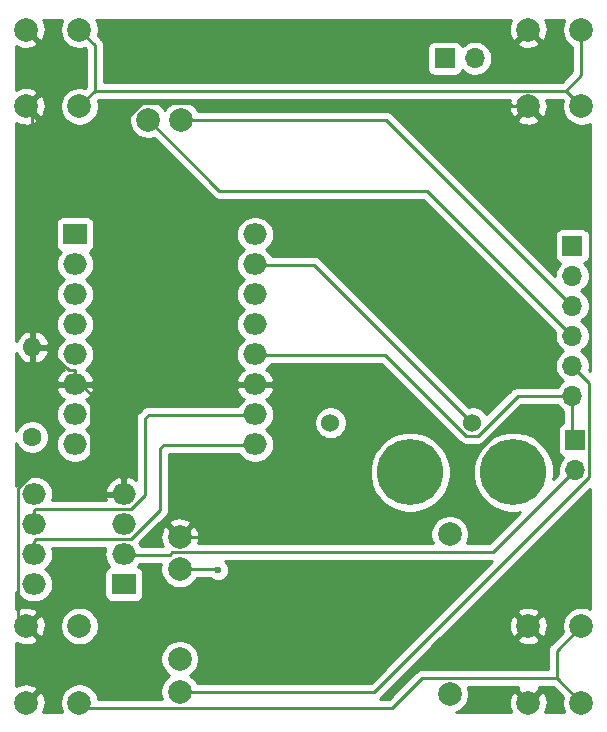
<source format=gbr>
G04 #@! TF.GenerationSoftware,KiCad,Pcbnew,5.1.5-52549c5~84~ubuntu18.04.1*
G04 #@! TF.CreationDate,2020-01-25T11:43:56+01:00*
G04 #@! TF.ProjectId,Nokolino,4e6f6b6f-6c69-46e6-9f2e-6b696361645f,3.0*
G04 #@! TF.SameCoordinates,Original*
G04 #@! TF.FileFunction,Copper,L2,Bot*
G04 #@! TF.FilePolarity,Positive*
%FSLAX46Y46*%
G04 Gerber Fmt 4.6, Leading zero omitted, Abs format (unit mm)*
G04 Created by KiCad (PCBNEW 5.1.5-52549c5~84~ubuntu18.04.1) date 2020-01-25 11:43:56*
%MOMM*%
%LPD*%
G04 APERTURE LIST*
%ADD10C,2.000000*%
%ADD11O,2.000000X1.800000*%
%ADD12R,2.000000X1.800000*%
%ADD13C,1.524000*%
%ADD14C,5.600000*%
%ADD15O,1.700000X1.700000*%
%ADD16R,1.700000X1.700000*%
%ADD17C,1.600000*%
%ADD18O,1.600000X1.600000*%
%ADD19C,0.600000*%
%ADD20C,0.250000*%
%ADD21C,0.254000*%
G04 APERTURE END LIST*
D10*
X170599100Y-145249900D03*
X170599100Y-131737100D03*
X147739100Y-145046700D03*
X147739100Y-131940300D03*
X147739100Y-134683500D03*
X147739100Y-142303500D03*
D11*
X135382000Y-135953500D03*
X143002000Y-128333500D03*
X135382000Y-133413500D03*
X143002000Y-130873500D03*
X135382000Y-130873500D03*
X143002000Y-133413500D03*
X135382000Y-128333500D03*
D12*
X143002000Y-135953500D03*
D13*
X172500000Y-122300000D03*
X160500000Y-122300000D03*
D10*
X145094500Y-96639800D03*
X147869500Y-96639800D03*
D12*
X138874500Y-106349800D03*
D11*
X138874500Y-108889800D03*
X138874500Y-111429800D03*
X138874500Y-113969800D03*
X138874500Y-116509800D03*
X138874500Y-119049800D03*
X138874500Y-121589800D03*
X138874500Y-124129800D03*
X154114500Y-106349800D03*
X154114500Y-108889800D03*
X154114500Y-111429800D03*
X154114500Y-113969800D03*
X154114500Y-116509800D03*
X154114500Y-119049800D03*
X154114500Y-121589800D03*
X154114500Y-124129800D03*
D14*
X176000000Y-126500000D03*
X167250000Y-126500000D03*
D15*
X172720000Y-91440000D03*
D16*
X170180000Y-91440000D03*
D15*
X181250000Y-126290000D03*
D16*
X181250000Y-123750000D03*
D15*
X180975000Y-120015000D03*
X180975000Y-117475000D03*
X180975000Y-114935000D03*
X180975000Y-112395000D03*
X180975000Y-109855000D03*
D16*
X180975000Y-107315000D03*
D17*
X135250000Y-123500000D03*
D18*
X135250000Y-115880000D03*
D10*
X139250000Y-95500000D03*
X134750000Y-95500000D03*
X139250000Y-89000000D03*
X134750000Y-89000000D03*
X177250000Y-89000000D03*
X181750000Y-89000000D03*
X177250000Y-95500000D03*
X181750000Y-95500000D03*
X181750000Y-146000000D03*
X177250000Y-146000000D03*
X181750000Y-139500000D03*
X177250000Y-139500000D03*
X134750000Y-139500000D03*
X139250000Y-139500000D03*
X134750000Y-146000000D03*
X139250000Y-146000000D03*
D19*
X150983000Y-134760300D03*
D20*
X159100000Y-108900000D02*
X172500000Y-122300000D01*
X154120000Y-108900000D02*
X159100000Y-108900000D01*
X140575400Y-90325400D02*
X139250000Y-89000000D01*
X140575400Y-94174600D02*
X140575400Y-90325400D01*
X140575400Y-94174600D02*
X139250000Y-95500000D01*
X179655500Y-141594500D02*
X181750000Y-139500000D01*
X179655500Y-143905500D02*
X179655500Y-141594500D01*
X168249000Y-143905500D02*
X179655500Y-143905500D01*
X165741700Y-146412800D02*
X168249000Y-143905500D01*
X139662800Y-146412800D02*
X165741700Y-146412800D01*
X139250000Y-146000000D02*
X139662800Y-146412800D01*
X179655500Y-143905500D02*
X181750000Y-146000000D01*
X181750000Y-92849200D02*
X181750000Y-89000000D01*
X180424600Y-94174600D02*
X181750000Y-92849200D01*
X181750000Y-95500000D02*
X180424600Y-94174600D01*
X180424600Y-94174600D02*
X140575400Y-94174600D01*
X165109300Y-116520000D02*
X154120000Y-116520000D01*
X171989000Y-123399700D02*
X165109300Y-116520000D01*
X172973800Y-123399700D02*
X171989000Y-123399700D01*
X180975000Y-123475000D02*
X181250000Y-123750000D01*
X180975000Y-120015000D02*
X180975000Y-123475000D01*
X176358500Y-120015000D02*
X180975000Y-120015000D01*
X176358500Y-120015000D02*
X172973800Y-123399700D01*
X143607415Y-132145010D02*
X146050000Y-129702425D01*
X135544990Y-132145010D02*
X143607415Y-132145010D01*
X135380000Y-133460000D02*
X135380000Y-132310000D01*
X135380000Y-132310000D02*
X135544990Y-132145010D01*
X146050000Y-129702425D02*
X146050000Y-124460000D01*
X146370000Y-124140000D02*
X154120000Y-124140000D01*
X146050000Y-124460000D02*
X146370000Y-124140000D01*
X145100000Y-121600000D02*
X154120000Y-121600000D01*
X143607415Y-129605010D02*
X144780000Y-128432425D01*
X144780000Y-128432425D02*
X144780000Y-121920000D01*
X144780000Y-121920000D02*
X145100000Y-121600000D01*
X135500490Y-129605010D02*
X135382000Y-129723500D01*
X135382000Y-129723500D02*
X135382000Y-130873500D01*
X143607415Y-129605010D02*
X135500490Y-129605010D01*
X165230000Y-96650000D02*
X147875000Y-96650000D01*
X180975000Y-112395000D02*
X165230000Y-96650000D01*
X151096600Y-102646600D02*
X145100000Y-96650000D01*
X180975000Y-114935000D02*
X168686600Y-102646600D01*
X168686600Y-102646600D02*
X151096600Y-102646600D01*
X150912700Y-134690000D02*
X150983000Y-134760300D01*
X147720000Y-134690000D02*
X150912700Y-134690000D01*
X135250000Y-96000000D02*
X134750000Y-95500000D01*
X135250000Y-115880000D02*
X135250000Y-96000000D01*
X138330000Y-117834700D02*
X138880000Y-117834700D01*
X136375300Y-115880000D02*
X138330000Y-117834700D01*
X135250000Y-115880000D02*
X136375300Y-115880000D01*
X138880000Y-119060000D02*
X138880000Y-118547200D01*
X138880000Y-118547200D02*
X138880000Y-117834700D01*
X134053600Y-138803600D02*
X134750000Y-139500000D01*
X134053600Y-127810800D02*
X134053600Y-138803600D01*
X136135700Y-125728700D02*
X134053600Y-127810800D01*
X139518600Y-125728700D02*
X136135700Y-125728700D01*
X140231600Y-125015700D02*
X139518600Y-125728700D01*
X141070400Y-119060000D02*
X140231600Y-119898800D01*
X154120000Y-119060000D02*
X141070400Y-119060000D01*
X138880000Y-118547200D02*
X140231600Y-119898800D01*
X140231600Y-119898800D02*
X140231600Y-125015700D01*
X156845000Y-119060000D02*
X157160000Y-119060000D01*
X156845000Y-119060000D02*
X154120000Y-119060000D01*
X157160000Y-119060000D02*
X158115000Y-120015000D01*
X158115000Y-130676800D02*
X156845000Y-131946800D01*
X158115000Y-120015000D02*
X158115000Y-130676800D01*
X147720000Y-131946800D02*
X156845000Y-131946800D01*
X175835787Y-95500000D02*
X175585787Y-95250000D01*
X177250000Y-95500000D02*
X175835787Y-95500000D01*
X141070400Y-98718598D02*
X141070400Y-119060000D01*
X144538998Y-95250000D02*
X141070400Y-98718598D01*
X175585787Y-95250000D02*
X144538998Y-95250000D01*
X143000000Y-122667200D02*
X140231600Y-119898800D01*
X143000000Y-128380000D02*
X143000000Y-122667200D01*
X147083999Y-133271801D02*
X146895800Y-133460000D01*
X181250000Y-126290000D02*
X174268199Y-133271801D01*
X146895800Y-133460000D02*
X143000000Y-133460000D01*
X174268199Y-133271801D02*
X147083999Y-133271801D01*
X149134213Y-145053200D02*
X147720000Y-145053200D01*
X164225802Y-145053200D02*
X149134213Y-145053200D01*
X182425001Y-118925001D02*
X182425001Y-126854001D01*
X182425001Y-126854001D02*
X164225802Y-145053200D01*
X180975000Y-117475000D02*
X182425001Y-118925001D01*
D21*
G36*
X176294192Y-144864587D02*
G01*
X177250000Y-145820395D01*
X178205808Y-144864587D01*
X178133700Y-144665500D01*
X179340699Y-144665500D01*
X180183823Y-145508625D01*
X180177832Y-145523088D01*
X180115000Y-145838967D01*
X180115000Y-146161033D01*
X180177832Y-146476912D01*
X180301082Y-146774463D01*
X180311463Y-146790000D01*
X178683889Y-146790000D01*
X178790704Y-146570429D01*
X178872384Y-146258892D01*
X178891718Y-145937405D01*
X178847961Y-145618325D01*
X178742795Y-145313912D01*
X178649814Y-145139956D01*
X178385413Y-145044192D01*
X177429605Y-146000000D01*
X177443748Y-146014143D01*
X177264143Y-146193748D01*
X177250000Y-146179605D01*
X177235858Y-146193748D01*
X177056253Y-146014143D01*
X177070395Y-146000000D01*
X176114587Y-145044192D01*
X175850186Y-145139956D01*
X175709296Y-145429571D01*
X175627616Y-145741108D01*
X175608282Y-146062595D01*
X175652039Y-146381675D01*
X175757205Y-146686088D01*
X175812747Y-146790000D01*
X171153431Y-146790000D01*
X171373563Y-146698818D01*
X171641352Y-146519887D01*
X171869087Y-146292152D01*
X172048018Y-146024363D01*
X172171268Y-145726812D01*
X172234100Y-145410933D01*
X172234100Y-145088867D01*
X172171268Y-144772988D01*
X172126745Y-144665500D01*
X176366300Y-144665500D01*
X176294192Y-144864587D01*
G37*
X176294192Y-144864587D02*
X177250000Y-145820395D01*
X178205808Y-144864587D01*
X178133700Y-144665500D01*
X179340699Y-144665500D01*
X180183823Y-145508625D01*
X180177832Y-145523088D01*
X180115000Y-145838967D01*
X180115000Y-146161033D01*
X180177832Y-146476912D01*
X180301082Y-146774463D01*
X180311463Y-146790000D01*
X178683889Y-146790000D01*
X178790704Y-146570429D01*
X178872384Y-146258892D01*
X178891718Y-145937405D01*
X178847961Y-145618325D01*
X178742795Y-145313912D01*
X178649814Y-145139956D01*
X178385413Y-145044192D01*
X177429605Y-146000000D01*
X177443748Y-146014143D01*
X177264143Y-146193748D01*
X177250000Y-146179605D01*
X177235858Y-146193748D01*
X177056253Y-146014143D01*
X177070395Y-146000000D01*
X176114587Y-145044192D01*
X175850186Y-145139956D01*
X175709296Y-145429571D01*
X175627616Y-145741108D01*
X175608282Y-146062595D01*
X175652039Y-146381675D01*
X175757205Y-146686088D01*
X175812747Y-146790000D01*
X171153431Y-146790000D01*
X171373563Y-146698818D01*
X171641352Y-146519887D01*
X171869087Y-146292152D01*
X172048018Y-146024363D01*
X172171268Y-145726812D01*
X172234100Y-145410933D01*
X172234100Y-145088867D01*
X172171268Y-144772988D01*
X172126745Y-144665500D01*
X176366300Y-144665500D01*
X176294192Y-144864587D01*
G36*
X141389210Y-133112587D02*
G01*
X141359573Y-133413500D01*
X141389210Y-133714413D01*
X141476983Y-134003761D01*
X141619519Y-134270427D01*
X141774280Y-134459005D01*
X141757820Y-134463998D01*
X141647506Y-134522963D01*
X141550815Y-134602315D01*
X141471463Y-134699006D01*
X141412498Y-134809320D01*
X141376188Y-134929018D01*
X141363928Y-135053500D01*
X141363928Y-136853500D01*
X141376188Y-136977982D01*
X141412498Y-137097680D01*
X141471463Y-137207994D01*
X141550815Y-137304685D01*
X141647506Y-137384037D01*
X141757820Y-137443002D01*
X141877518Y-137479312D01*
X142002000Y-137491572D01*
X144002000Y-137491572D01*
X144126482Y-137479312D01*
X144246180Y-137443002D01*
X144356494Y-137384037D01*
X144453185Y-137304685D01*
X144532537Y-137207994D01*
X144591502Y-137097680D01*
X144627812Y-136977982D01*
X144640072Y-136853500D01*
X144640072Y-135053500D01*
X144627812Y-134929018D01*
X144591502Y-134809320D01*
X144532537Y-134699006D01*
X144453185Y-134602315D01*
X144356494Y-134522963D01*
X144246180Y-134463998D01*
X144229720Y-134459005D01*
X144384481Y-134270427D01*
X144411435Y-134220000D01*
X146164264Y-134220000D01*
X146104100Y-134522467D01*
X146104100Y-134844533D01*
X146166932Y-135160412D01*
X146290182Y-135457963D01*
X146469113Y-135725752D01*
X146696848Y-135953487D01*
X146964637Y-136132418D01*
X147262188Y-136255668D01*
X147578067Y-136318500D01*
X147900133Y-136318500D01*
X148216012Y-136255668D01*
X148513563Y-136132418D01*
X148781352Y-135953487D01*
X149009087Y-135725752D01*
X149188018Y-135457963D01*
X149191316Y-135450000D01*
X150350410Y-135450000D01*
X150386972Y-135486562D01*
X150540111Y-135588886D01*
X150710271Y-135659368D01*
X150890911Y-135695300D01*
X151075089Y-135695300D01*
X151255729Y-135659368D01*
X151425889Y-135588886D01*
X151579028Y-135486562D01*
X151709262Y-135356328D01*
X151811586Y-135203189D01*
X151882068Y-135033029D01*
X151918000Y-134852389D01*
X151918000Y-134668211D01*
X151882068Y-134487571D01*
X151811586Y-134317411D01*
X151709262Y-134164272D01*
X151579028Y-134034038D01*
X151575680Y-134031801D01*
X174172399Y-134031801D01*
X163911001Y-144293200D01*
X149196701Y-144293200D01*
X149188018Y-144272237D01*
X149009087Y-144004448D01*
X148781352Y-143776713D01*
X148629277Y-143675100D01*
X148781352Y-143573487D01*
X149009087Y-143345752D01*
X149188018Y-143077963D01*
X149311268Y-142780412D01*
X149374100Y-142464533D01*
X149374100Y-142142467D01*
X149311268Y-141826588D01*
X149188018Y-141529037D01*
X149009087Y-141261248D01*
X148781352Y-141033513D01*
X148513563Y-140854582D01*
X148216012Y-140731332D01*
X147900133Y-140668500D01*
X147578067Y-140668500D01*
X147262188Y-140731332D01*
X146964637Y-140854582D01*
X146696848Y-141033513D01*
X146469113Y-141261248D01*
X146290182Y-141529037D01*
X146166932Y-141826588D01*
X146104100Y-142142467D01*
X146104100Y-142464533D01*
X146166932Y-142780412D01*
X146290182Y-143077963D01*
X146469113Y-143345752D01*
X146696848Y-143573487D01*
X146848923Y-143675100D01*
X146696848Y-143776713D01*
X146469113Y-144004448D01*
X146290182Y-144272237D01*
X146166932Y-144569788D01*
X146104100Y-144885667D01*
X146104100Y-145207733D01*
X146166932Y-145523612D01*
X146220444Y-145652800D01*
X140847969Y-145652800D01*
X140822168Y-145523088D01*
X140698918Y-145225537D01*
X140519987Y-144957748D01*
X140292252Y-144730013D01*
X140024463Y-144551082D01*
X139726912Y-144427832D01*
X139411033Y-144365000D01*
X139088967Y-144365000D01*
X138773088Y-144427832D01*
X138475537Y-144551082D01*
X138207748Y-144730013D01*
X137980013Y-144957748D01*
X137801082Y-145225537D01*
X137677832Y-145523088D01*
X137615000Y-145838967D01*
X137615000Y-146161033D01*
X137677832Y-146476912D01*
X137801082Y-146774463D01*
X137811463Y-146790000D01*
X136183889Y-146790000D01*
X136290704Y-146570429D01*
X136372384Y-146258892D01*
X136391718Y-145937405D01*
X136347961Y-145618325D01*
X136242795Y-145313912D01*
X136149814Y-145139956D01*
X135885413Y-145044192D01*
X134929605Y-146000000D01*
X134943748Y-146014143D01*
X134764143Y-146193748D01*
X134750000Y-146179605D01*
X134735858Y-146193748D01*
X134556253Y-146014143D01*
X134570395Y-146000000D01*
X134556253Y-145985858D01*
X134735858Y-145806253D01*
X134750000Y-145820395D01*
X135705808Y-144864587D01*
X135610044Y-144600186D01*
X135320429Y-144459296D01*
X135008892Y-144377616D01*
X134687405Y-144358282D01*
X134368325Y-144402039D01*
X134063912Y-144507205D01*
X133910000Y-144589472D01*
X133910000Y-140909565D01*
X134179571Y-141040704D01*
X134491108Y-141122384D01*
X134812595Y-141141718D01*
X135131675Y-141097961D01*
X135436088Y-140992795D01*
X135610044Y-140899814D01*
X135705808Y-140635413D01*
X134750000Y-139679605D01*
X134735858Y-139693748D01*
X134556253Y-139514143D01*
X134570395Y-139500000D01*
X134929605Y-139500000D01*
X135885413Y-140455808D01*
X136149814Y-140360044D01*
X136290704Y-140070429D01*
X136372384Y-139758892D01*
X136391718Y-139437405D01*
X136378219Y-139338967D01*
X137615000Y-139338967D01*
X137615000Y-139661033D01*
X137677832Y-139976912D01*
X137801082Y-140274463D01*
X137980013Y-140542252D01*
X138207748Y-140769987D01*
X138475537Y-140948918D01*
X138773088Y-141072168D01*
X139088967Y-141135000D01*
X139411033Y-141135000D01*
X139726912Y-141072168D01*
X140024463Y-140948918D01*
X140292252Y-140769987D01*
X140519987Y-140542252D01*
X140698918Y-140274463D01*
X140822168Y-139976912D01*
X140885000Y-139661033D01*
X140885000Y-139338967D01*
X140822168Y-139023088D01*
X140698918Y-138725537D01*
X140519987Y-138457748D01*
X140292252Y-138230013D01*
X140024463Y-138051082D01*
X139726912Y-137927832D01*
X139411033Y-137865000D01*
X139088967Y-137865000D01*
X138773088Y-137927832D01*
X138475537Y-138051082D01*
X138207748Y-138230013D01*
X137980013Y-138457748D01*
X137801082Y-138725537D01*
X137677832Y-139023088D01*
X137615000Y-139338967D01*
X136378219Y-139338967D01*
X136347961Y-139118325D01*
X136242795Y-138813912D01*
X136149814Y-138639956D01*
X135885413Y-138544192D01*
X134929605Y-139500000D01*
X134570395Y-139500000D01*
X134556253Y-139485858D01*
X134735858Y-139306253D01*
X134750000Y-139320395D01*
X135705808Y-138364587D01*
X135610044Y-138100186D01*
X135320429Y-137959296D01*
X135008892Y-137877616D01*
X134687405Y-137858282D01*
X134368325Y-137902039D01*
X134063912Y-138007205D01*
X133910000Y-138089472D01*
X133910000Y-136642949D01*
X133999519Y-136810427D01*
X134191339Y-137044161D01*
X134425073Y-137235981D01*
X134691739Y-137378517D01*
X134981087Y-137466290D01*
X135206592Y-137488500D01*
X135557408Y-137488500D01*
X135782913Y-137466290D01*
X136072261Y-137378517D01*
X136338927Y-137235981D01*
X136572661Y-137044161D01*
X136764481Y-136810427D01*
X136907017Y-136543761D01*
X136994790Y-136254413D01*
X137024427Y-135953500D01*
X136994790Y-135652587D01*
X136907017Y-135363239D01*
X136764481Y-135096573D01*
X136572661Y-134862839D01*
X136354135Y-134683500D01*
X136572661Y-134504161D01*
X136764481Y-134270427D01*
X136907017Y-134003761D01*
X136994790Y-133714413D01*
X137024427Y-133413500D01*
X136994790Y-133112587D01*
X136931822Y-132905010D01*
X141452178Y-132905010D01*
X141389210Y-133112587D01*
G37*
X141389210Y-133112587D02*
X141359573Y-133413500D01*
X141389210Y-133714413D01*
X141476983Y-134003761D01*
X141619519Y-134270427D01*
X141774280Y-134459005D01*
X141757820Y-134463998D01*
X141647506Y-134522963D01*
X141550815Y-134602315D01*
X141471463Y-134699006D01*
X141412498Y-134809320D01*
X141376188Y-134929018D01*
X141363928Y-135053500D01*
X141363928Y-136853500D01*
X141376188Y-136977982D01*
X141412498Y-137097680D01*
X141471463Y-137207994D01*
X141550815Y-137304685D01*
X141647506Y-137384037D01*
X141757820Y-137443002D01*
X141877518Y-137479312D01*
X142002000Y-137491572D01*
X144002000Y-137491572D01*
X144126482Y-137479312D01*
X144246180Y-137443002D01*
X144356494Y-137384037D01*
X144453185Y-137304685D01*
X144532537Y-137207994D01*
X144591502Y-137097680D01*
X144627812Y-136977982D01*
X144640072Y-136853500D01*
X144640072Y-135053500D01*
X144627812Y-134929018D01*
X144591502Y-134809320D01*
X144532537Y-134699006D01*
X144453185Y-134602315D01*
X144356494Y-134522963D01*
X144246180Y-134463998D01*
X144229720Y-134459005D01*
X144384481Y-134270427D01*
X144411435Y-134220000D01*
X146164264Y-134220000D01*
X146104100Y-134522467D01*
X146104100Y-134844533D01*
X146166932Y-135160412D01*
X146290182Y-135457963D01*
X146469113Y-135725752D01*
X146696848Y-135953487D01*
X146964637Y-136132418D01*
X147262188Y-136255668D01*
X147578067Y-136318500D01*
X147900133Y-136318500D01*
X148216012Y-136255668D01*
X148513563Y-136132418D01*
X148781352Y-135953487D01*
X149009087Y-135725752D01*
X149188018Y-135457963D01*
X149191316Y-135450000D01*
X150350410Y-135450000D01*
X150386972Y-135486562D01*
X150540111Y-135588886D01*
X150710271Y-135659368D01*
X150890911Y-135695300D01*
X151075089Y-135695300D01*
X151255729Y-135659368D01*
X151425889Y-135588886D01*
X151579028Y-135486562D01*
X151709262Y-135356328D01*
X151811586Y-135203189D01*
X151882068Y-135033029D01*
X151918000Y-134852389D01*
X151918000Y-134668211D01*
X151882068Y-134487571D01*
X151811586Y-134317411D01*
X151709262Y-134164272D01*
X151579028Y-134034038D01*
X151575680Y-134031801D01*
X174172399Y-134031801D01*
X163911001Y-144293200D01*
X149196701Y-144293200D01*
X149188018Y-144272237D01*
X149009087Y-144004448D01*
X148781352Y-143776713D01*
X148629277Y-143675100D01*
X148781352Y-143573487D01*
X149009087Y-143345752D01*
X149188018Y-143077963D01*
X149311268Y-142780412D01*
X149374100Y-142464533D01*
X149374100Y-142142467D01*
X149311268Y-141826588D01*
X149188018Y-141529037D01*
X149009087Y-141261248D01*
X148781352Y-141033513D01*
X148513563Y-140854582D01*
X148216012Y-140731332D01*
X147900133Y-140668500D01*
X147578067Y-140668500D01*
X147262188Y-140731332D01*
X146964637Y-140854582D01*
X146696848Y-141033513D01*
X146469113Y-141261248D01*
X146290182Y-141529037D01*
X146166932Y-141826588D01*
X146104100Y-142142467D01*
X146104100Y-142464533D01*
X146166932Y-142780412D01*
X146290182Y-143077963D01*
X146469113Y-143345752D01*
X146696848Y-143573487D01*
X146848923Y-143675100D01*
X146696848Y-143776713D01*
X146469113Y-144004448D01*
X146290182Y-144272237D01*
X146166932Y-144569788D01*
X146104100Y-144885667D01*
X146104100Y-145207733D01*
X146166932Y-145523612D01*
X146220444Y-145652800D01*
X140847969Y-145652800D01*
X140822168Y-145523088D01*
X140698918Y-145225537D01*
X140519987Y-144957748D01*
X140292252Y-144730013D01*
X140024463Y-144551082D01*
X139726912Y-144427832D01*
X139411033Y-144365000D01*
X139088967Y-144365000D01*
X138773088Y-144427832D01*
X138475537Y-144551082D01*
X138207748Y-144730013D01*
X137980013Y-144957748D01*
X137801082Y-145225537D01*
X137677832Y-145523088D01*
X137615000Y-145838967D01*
X137615000Y-146161033D01*
X137677832Y-146476912D01*
X137801082Y-146774463D01*
X137811463Y-146790000D01*
X136183889Y-146790000D01*
X136290704Y-146570429D01*
X136372384Y-146258892D01*
X136391718Y-145937405D01*
X136347961Y-145618325D01*
X136242795Y-145313912D01*
X136149814Y-145139956D01*
X135885413Y-145044192D01*
X134929605Y-146000000D01*
X134943748Y-146014143D01*
X134764143Y-146193748D01*
X134750000Y-146179605D01*
X134735858Y-146193748D01*
X134556253Y-146014143D01*
X134570395Y-146000000D01*
X134556253Y-145985858D01*
X134735858Y-145806253D01*
X134750000Y-145820395D01*
X135705808Y-144864587D01*
X135610044Y-144600186D01*
X135320429Y-144459296D01*
X135008892Y-144377616D01*
X134687405Y-144358282D01*
X134368325Y-144402039D01*
X134063912Y-144507205D01*
X133910000Y-144589472D01*
X133910000Y-140909565D01*
X134179571Y-141040704D01*
X134491108Y-141122384D01*
X134812595Y-141141718D01*
X135131675Y-141097961D01*
X135436088Y-140992795D01*
X135610044Y-140899814D01*
X135705808Y-140635413D01*
X134750000Y-139679605D01*
X134735858Y-139693748D01*
X134556253Y-139514143D01*
X134570395Y-139500000D01*
X134929605Y-139500000D01*
X135885413Y-140455808D01*
X136149814Y-140360044D01*
X136290704Y-140070429D01*
X136372384Y-139758892D01*
X136391718Y-139437405D01*
X136378219Y-139338967D01*
X137615000Y-139338967D01*
X137615000Y-139661033D01*
X137677832Y-139976912D01*
X137801082Y-140274463D01*
X137980013Y-140542252D01*
X138207748Y-140769987D01*
X138475537Y-140948918D01*
X138773088Y-141072168D01*
X139088967Y-141135000D01*
X139411033Y-141135000D01*
X139726912Y-141072168D01*
X140024463Y-140948918D01*
X140292252Y-140769987D01*
X140519987Y-140542252D01*
X140698918Y-140274463D01*
X140822168Y-139976912D01*
X140885000Y-139661033D01*
X140885000Y-139338967D01*
X140822168Y-139023088D01*
X140698918Y-138725537D01*
X140519987Y-138457748D01*
X140292252Y-138230013D01*
X140024463Y-138051082D01*
X139726912Y-137927832D01*
X139411033Y-137865000D01*
X139088967Y-137865000D01*
X138773088Y-137927832D01*
X138475537Y-138051082D01*
X138207748Y-138230013D01*
X137980013Y-138457748D01*
X137801082Y-138725537D01*
X137677832Y-139023088D01*
X137615000Y-139338967D01*
X136378219Y-139338967D01*
X136347961Y-139118325D01*
X136242795Y-138813912D01*
X136149814Y-138639956D01*
X135885413Y-138544192D01*
X134929605Y-139500000D01*
X134570395Y-139500000D01*
X134556253Y-139485858D01*
X134735858Y-139306253D01*
X134750000Y-139320395D01*
X135705808Y-138364587D01*
X135610044Y-138100186D01*
X135320429Y-137959296D01*
X135008892Y-137877616D01*
X134687405Y-137858282D01*
X134368325Y-137902039D01*
X134063912Y-138007205D01*
X133910000Y-138089472D01*
X133910000Y-136642949D01*
X133999519Y-136810427D01*
X134191339Y-137044161D01*
X134425073Y-137235981D01*
X134691739Y-137378517D01*
X134981087Y-137466290D01*
X135206592Y-137488500D01*
X135557408Y-137488500D01*
X135782913Y-137466290D01*
X136072261Y-137378517D01*
X136338927Y-137235981D01*
X136572661Y-137044161D01*
X136764481Y-136810427D01*
X136907017Y-136543761D01*
X136994790Y-136254413D01*
X137024427Y-135953500D01*
X136994790Y-135652587D01*
X136907017Y-135363239D01*
X136764481Y-135096573D01*
X136572661Y-134862839D01*
X136354135Y-134683500D01*
X136572661Y-134504161D01*
X136764481Y-134270427D01*
X136907017Y-134003761D01*
X136994790Y-133714413D01*
X137024427Y-133413500D01*
X136994790Y-133112587D01*
X136931822Y-132905010D01*
X141452178Y-132905010D01*
X141389210Y-133112587D01*
G36*
X182490000Y-138036807D02*
G01*
X182226912Y-137927832D01*
X181911033Y-137865000D01*
X181588967Y-137865000D01*
X181273088Y-137927832D01*
X180975537Y-138051082D01*
X180707748Y-138230013D01*
X180480013Y-138457748D01*
X180301082Y-138725537D01*
X180177832Y-139023088D01*
X180115000Y-139338967D01*
X180115000Y-139661033D01*
X180177832Y-139976912D01*
X180183823Y-139991375D01*
X179144498Y-141030701D01*
X179115500Y-141054499D01*
X179091702Y-141083497D01*
X179091701Y-141083498D01*
X179020526Y-141170224D01*
X178949954Y-141302254D01*
X178906498Y-141445515D01*
X178891824Y-141594500D01*
X178895501Y-141631832D01*
X178895500Y-143145500D01*
X168286325Y-143145500D01*
X168249000Y-143141824D01*
X168211675Y-143145500D01*
X168211667Y-143145500D01*
X168100014Y-143156497D01*
X167956753Y-143199954D01*
X167824724Y-143270526D01*
X167708999Y-143365499D01*
X167685201Y-143394497D01*
X165426899Y-145652800D01*
X164693181Y-145652800D01*
X164765803Y-145593201D01*
X164789606Y-145564197D01*
X169718390Y-140635413D01*
X176294192Y-140635413D01*
X176389956Y-140899814D01*
X176679571Y-141040704D01*
X176991108Y-141122384D01*
X177312595Y-141141718D01*
X177631675Y-141097961D01*
X177936088Y-140992795D01*
X178110044Y-140899814D01*
X178205808Y-140635413D01*
X177250000Y-139679605D01*
X176294192Y-140635413D01*
X169718390Y-140635413D01*
X170791208Y-139562595D01*
X175608282Y-139562595D01*
X175652039Y-139881675D01*
X175757205Y-140186088D01*
X175850186Y-140360044D01*
X176114587Y-140455808D01*
X177070395Y-139500000D01*
X177429605Y-139500000D01*
X178385413Y-140455808D01*
X178649814Y-140360044D01*
X178790704Y-140070429D01*
X178872384Y-139758892D01*
X178891718Y-139437405D01*
X178847961Y-139118325D01*
X178742795Y-138813912D01*
X178649814Y-138639956D01*
X178385413Y-138544192D01*
X177429605Y-139500000D01*
X177070395Y-139500000D01*
X176114587Y-138544192D01*
X175850186Y-138639956D01*
X175709296Y-138929571D01*
X175627616Y-139241108D01*
X175608282Y-139562595D01*
X170791208Y-139562595D01*
X171989216Y-138364587D01*
X176294192Y-138364587D01*
X177250000Y-139320395D01*
X178205808Y-138364587D01*
X178110044Y-138100186D01*
X177820429Y-137959296D01*
X177508892Y-137877616D01*
X177187405Y-137858282D01*
X176868325Y-137902039D01*
X176563912Y-138007205D01*
X176389956Y-138100186D01*
X176294192Y-138364587D01*
X171989216Y-138364587D01*
X182490000Y-127863804D01*
X182490000Y-138036807D01*
G37*
X182490000Y-138036807D02*
X182226912Y-137927832D01*
X181911033Y-137865000D01*
X181588967Y-137865000D01*
X181273088Y-137927832D01*
X180975537Y-138051082D01*
X180707748Y-138230013D01*
X180480013Y-138457748D01*
X180301082Y-138725537D01*
X180177832Y-139023088D01*
X180115000Y-139338967D01*
X180115000Y-139661033D01*
X180177832Y-139976912D01*
X180183823Y-139991375D01*
X179144498Y-141030701D01*
X179115500Y-141054499D01*
X179091702Y-141083497D01*
X179091701Y-141083498D01*
X179020526Y-141170224D01*
X178949954Y-141302254D01*
X178906498Y-141445515D01*
X178891824Y-141594500D01*
X178895501Y-141631832D01*
X178895500Y-143145500D01*
X168286325Y-143145500D01*
X168249000Y-143141824D01*
X168211675Y-143145500D01*
X168211667Y-143145500D01*
X168100014Y-143156497D01*
X167956753Y-143199954D01*
X167824724Y-143270526D01*
X167708999Y-143365499D01*
X167685201Y-143394497D01*
X165426899Y-145652800D01*
X164693181Y-145652800D01*
X164765803Y-145593201D01*
X164789606Y-145564197D01*
X169718390Y-140635413D01*
X176294192Y-140635413D01*
X176389956Y-140899814D01*
X176679571Y-141040704D01*
X176991108Y-141122384D01*
X177312595Y-141141718D01*
X177631675Y-141097961D01*
X177936088Y-140992795D01*
X178110044Y-140899814D01*
X178205808Y-140635413D01*
X177250000Y-139679605D01*
X176294192Y-140635413D01*
X169718390Y-140635413D01*
X170791208Y-139562595D01*
X175608282Y-139562595D01*
X175652039Y-139881675D01*
X175757205Y-140186088D01*
X175850186Y-140360044D01*
X176114587Y-140455808D01*
X177070395Y-139500000D01*
X177429605Y-139500000D01*
X178385413Y-140455808D01*
X178649814Y-140360044D01*
X178790704Y-140070429D01*
X178872384Y-139758892D01*
X178891718Y-139437405D01*
X178847961Y-139118325D01*
X178742795Y-138813912D01*
X178649814Y-138639956D01*
X178385413Y-138544192D01*
X177429605Y-139500000D01*
X177070395Y-139500000D01*
X176114587Y-138544192D01*
X175850186Y-138639956D01*
X175709296Y-138929571D01*
X175627616Y-139241108D01*
X175608282Y-139562595D01*
X170791208Y-139562595D01*
X171989216Y-138364587D01*
X176294192Y-138364587D01*
X177250000Y-139320395D01*
X178205808Y-138364587D01*
X178110044Y-138100186D01*
X177820429Y-137959296D01*
X177508892Y-137877616D01*
X177187405Y-137858282D01*
X176868325Y-137902039D01*
X176563912Y-138007205D01*
X176389956Y-138100186D01*
X176294192Y-138364587D01*
X171989216Y-138364587D01*
X182490000Y-127863804D01*
X182490000Y-138036807D01*
G36*
X137801082Y-88225537D02*
G01*
X137677832Y-88523088D01*
X137615000Y-88838967D01*
X137615000Y-89161033D01*
X137677832Y-89476912D01*
X137801082Y-89774463D01*
X137980013Y-90042252D01*
X138207748Y-90269987D01*
X138475537Y-90448918D01*
X138773088Y-90572168D01*
X139088967Y-90635000D01*
X139411033Y-90635000D01*
X139726912Y-90572168D01*
X139741375Y-90566177D01*
X139815401Y-90640203D01*
X139815400Y-93859798D01*
X139741375Y-93933823D01*
X139726912Y-93927832D01*
X139411033Y-93865000D01*
X139088967Y-93865000D01*
X138773088Y-93927832D01*
X138475537Y-94051082D01*
X138207748Y-94230013D01*
X137980013Y-94457748D01*
X137801082Y-94725537D01*
X137677832Y-95023088D01*
X137615000Y-95338967D01*
X137615000Y-95661033D01*
X137677832Y-95976912D01*
X137801082Y-96274463D01*
X137980013Y-96542252D01*
X138207748Y-96769987D01*
X138475537Y-96948918D01*
X138773088Y-97072168D01*
X139088967Y-97135000D01*
X139411033Y-97135000D01*
X139726912Y-97072168D01*
X140024463Y-96948918D01*
X140292252Y-96769987D01*
X140519987Y-96542252D01*
X140698918Y-96274463D01*
X140822168Y-95976912D01*
X140885000Y-95661033D01*
X140885000Y-95338967D01*
X140822168Y-95023088D01*
X140816177Y-95008625D01*
X140890202Y-94934600D01*
X175707977Y-94934600D01*
X175627616Y-95241108D01*
X175608282Y-95562595D01*
X175652039Y-95881675D01*
X175757205Y-96186088D01*
X175850186Y-96360044D01*
X176114587Y-96455808D01*
X177070395Y-95500000D01*
X177056253Y-95485858D01*
X177235858Y-95306253D01*
X177250000Y-95320395D01*
X177264143Y-95306253D01*
X177443748Y-95485858D01*
X177429605Y-95500000D01*
X178385413Y-96455808D01*
X178649814Y-96360044D01*
X178790704Y-96070429D01*
X178872384Y-95758892D01*
X178891718Y-95437405D01*
X178847961Y-95118325D01*
X178784489Y-94934600D01*
X180109799Y-94934600D01*
X180183823Y-95008624D01*
X180177832Y-95023088D01*
X180115000Y-95338967D01*
X180115000Y-95661033D01*
X180177832Y-95976912D01*
X180301082Y-96274463D01*
X180480013Y-96542252D01*
X180707748Y-96769987D01*
X180975537Y-96948918D01*
X181273088Y-97072168D01*
X181588967Y-97135000D01*
X181911033Y-97135000D01*
X182226912Y-97072168D01*
X182490001Y-96963193D01*
X182490000Y-117915199D01*
X182416210Y-117841408D01*
X182460000Y-117621260D01*
X182460000Y-117328740D01*
X182402932Y-117041842D01*
X182290990Y-116771589D01*
X182128475Y-116528368D01*
X181921632Y-116321525D01*
X181747240Y-116205000D01*
X181921632Y-116088475D01*
X182128475Y-115881632D01*
X182290990Y-115638411D01*
X182402932Y-115368158D01*
X182460000Y-115081260D01*
X182460000Y-114788740D01*
X182402932Y-114501842D01*
X182290990Y-114231589D01*
X182128475Y-113988368D01*
X181921632Y-113781525D01*
X181747240Y-113665000D01*
X181921632Y-113548475D01*
X182128475Y-113341632D01*
X182290990Y-113098411D01*
X182402932Y-112828158D01*
X182460000Y-112541260D01*
X182460000Y-112248740D01*
X182402932Y-111961842D01*
X182290990Y-111691589D01*
X182128475Y-111448368D01*
X181921632Y-111241525D01*
X181747240Y-111125000D01*
X181921632Y-111008475D01*
X182128475Y-110801632D01*
X182290990Y-110558411D01*
X182402932Y-110288158D01*
X182460000Y-110001260D01*
X182460000Y-109708740D01*
X182402932Y-109421842D01*
X182290990Y-109151589D01*
X182128475Y-108908368D01*
X181996620Y-108776513D01*
X182069180Y-108754502D01*
X182179494Y-108695537D01*
X182276185Y-108616185D01*
X182355537Y-108519494D01*
X182414502Y-108409180D01*
X182450812Y-108289482D01*
X182463072Y-108165000D01*
X182463072Y-106465000D01*
X182450812Y-106340518D01*
X182414502Y-106220820D01*
X182355537Y-106110506D01*
X182276185Y-106013815D01*
X182179494Y-105934463D01*
X182069180Y-105875498D01*
X181949482Y-105839188D01*
X181825000Y-105826928D01*
X180125000Y-105826928D01*
X180000518Y-105839188D01*
X179880820Y-105875498D01*
X179770506Y-105934463D01*
X179673815Y-106013815D01*
X179594463Y-106110506D01*
X179535498Y-106220820D01*
X179499188Y-106340518D01*
X179486928Y-106465000D01*
X179486928Y-108165000D01*
X179499188Y-108289482D01*
X179535498Y-108409180D01*
X179594463Y-108519494D01*
X179673815Y-108616185D01*
X179770506Y-108695537D01*
X179880820Y-108754502D01*
X179953380Y-108776513D01*
X179821525Y-108908368D01*
X179659010Y-109151589D01*
X179547068Y-109421842D01*
X179490000Y-109708740D01*
X179490000Y-109835198D01*
X166290215Y-96635413D01*
X176294192Y-96635413D01*
X176389956Y-96899814D01*
X176679571Y-97040704D01*
X176991108Y-97122384D01*
X177312595Y-97141718D01*
X177631675Y-97097961D01*
X177936088Y-96992795D01*
X178110044Y-96899814D01*
X178205808Y-96635413D01*
X177250000Y-95679605D01*
X176294192Y-96635413D01*
X166290215Y-96635413D01*
X165793804Y-96139003D01*
X165770001Y-96109999D01*
X165654276Y-96015026D01*
X165522247Y-95944454D01*
X165378986Y-95900997D01*
X165267333Y-95890000D01*
X165267322Y-95890000D01*
X165230000Y-95886324D01*
X165192678Y-95890000D01*
X149328634Y-95890000D01*
X149318418Y-95865337D01*
X149139487Y-95597548D01*
X148911752Y-95369813D01*
X148643963Y-95190882D01*
X148346412Y-95067632D01*
X148030533Y-95004800D01*
X147708467Y-95004800D01*
X147392588Y-95067632D01*
X147095037Y-95190882D01*
X146827248Y-95369813D01*
X146599513Y-95597548D01*
X146482000Y-95773419D01*
X146364487Y-95597548D01*
X146136752Y-95369813D01*
X145868963Y-95190882D01*
X145571412Y-95067632D01*
X145255533Y-95004800D01*
X144933467Y-95004800D01*
X144617588Y-95067632D01*
X144320037Y-95190882D01*
X144052248Y-95369813D01*
X143824513Y-95597548D01*
X143645582Y-95865337D01*
X143522332Y-96162888D01*
X143459500Y-96478767D01*
X143459500Y-96800833D01*
X143522332Y-97116712D01*
X143645582Y-97414263D01*
X143824513Y-97682052D01*
X144052248Y-97909787D01*
X144320037Y-98088718D01*
X144617588Y-98211968D01*
X144933467Y-98274800D01*
X145255533Y-98274800D01*
X145571412Y-98211968D01*
X145582552Y-98207354D01*
X150532800Y-103157602D01*
X150556599Y-103186601D01*
X150585597Y-103210399D01*
X150672323Y-103281574D01*
X150804353Y-103352146D01*
X150947614Y-103395603D01*
X151059267Y-103406600D01*
X151059276Y-103406600D01*
X151096599Y-103410276D01*
X151133922Y-103406600D01*
X168371799Y-103406600D01*
X179533790Y-114568592D01*
X179490000Y-114788740D01*
X179490000Y-115081260D01*
X179547068Y-115368158D01*
X179659010Y-115638411D01*
X179821525Y-115881632D01*
X180028368Y-116088475D01*
X180202760Y-116205000D01*
X180028368Y-116321525D01*
X179821525Y-116528368D01*
X179659010Y-116771589D01*
X179547068Y-117041842D01*
X179490000Y-117328740D01*
X179490000Y-117621260D01*
X179547068Y-117908158D01*
X179659010Y-118178411D01*
X179821525Y-118421632D01*
X180028368Y-118628475D01*
X180202760Y-118745000D01*
X180028368Y-118861525D01*
X179821525Y-119068368D01*
X179696822Y-119255000D01*
X176395825Y-119255000D01*
X176358500Y-119251324D01*
X176321175Y-119255000D01*
X176321167Y-119255000D01*
X176209514Y-119265997D01*
X176066253Y-119309454D01*
X175934224Y-119380026D01*
X175818499Y-119474999D01*
X175794701Y-119503997D01*
X173706931Y-121591768D01*
X173585120Y-121409465D01*
X173390535Y-121214880D01*
X173161727Y-121061995D01*
X172907490Y-120956686D01*
X172637592Y-120903000D01*
X172362408Y-120903000D01*
X172208430Y-120933628D01*
X159663804Y-108389003D01*
X159640001Y-108359999D01*
X159524276Y-108265026D01*
X159392247Y-108194454D01*
X159248986Y-108150997D01*
X159137333Y-108140000D01*
X159137322Y-108140000D01*
X159100000Y-108136324D01*
X159062678Y-108140000D01*
X155554242Y-108140000D01*
X155496981Y-108032873D01*
X155305161Y-107799139D01*
X155086635Y-107619800D01*
X155305161Y-107440461D01*
X155496981Y-107206727D01*
X155639517Y-106940061D01*
X155727290Y-106650713D01*
X155756927Y-106349800D01*
X155727290Y-106048887D01*
X155639517Y-105759539D01*
X155496981Y-105492873D01*
X155305161Y-105259139D01*
X155071427Y-105067319D01*
X154804761Y-104924783D01*
X154515413Y-104837010D01*
X154289908Y-104814800D01*
X153939092Y-104814800D01*
X153713587Y-104837010D01*
X153424239Y-104924783D01*
X153157573Y-105067319D01*
X152923839Y-105259139D01*
X152732019Y-105492873D01*
X152589483Y-105759539D01*
X152501710Y-106048887D01*
X152472073Y-106349800D01*
X152501710Y-106650713D01*
X152589483Y-106940061D01*
X152732019Y-107206727D01*
X152923839Y-107440461D01*
X153142365Y-107619800D01*
X152923839Y-107799139D01*
X152732019Y-108032873D01*
X152589483Y-108299539D01*
X152501710Y-108588887D01*
X152472073Y-108889800D01*
X152501710Y-109190713D01*
X152589483Y-109480061D01*
X152732019Y-109746727D01*
X152923839Y-109980461D01*
X153142365Y-110159800D01*
X152923839Y-110339139D01*
X152732019Y-110572873D01*
X152589483Y-110839539D01*
X152501710Y-111128887D01*
X152472073Y-111429800D01*
X152501710Y-111730713D01*
X152589483Y-112020061D01*
X152732019Y-112286727D01*
X152923839Y-112520461D01*
X153142365Y-112699800D01*
X152923839Y-112879139D01*
X152732019Y-113112873D01*
X152589483Y-113379539D01*
X152501710Y-113668887D01*
X152472073Y-113969800D01*
X152501710Y-114270713D01*
X152589483Y-114560061D01*
X152732019Y-114826727D01*
X152923839Y-115060461D01*
X153142365Y-115239800D01*
X152923839Y-115419139D01*
X152732019Y-115652873D01*
X152589483Y-115919539D01*
X152501710Y-116208887D01*
X152472073Y-116509800D01*
X152501710Y-116810713D01*
X152589483Y-117100061D01*
X152732019Y-117366727D01*
X152923839Y-117600461D01*
X153150879Y-117786788D01*
X152953471Y-117941762D01*
X152757691Y-118170049D01*
X152610209Y-118432144D01*
X152523464Y-118685060D01*
X152644122Y-118922800D01*
X153987500Y-118922800D01*
X153987500Y-118902800D01*
X154241500Y-118902800D01*
X154241500Y-118922800D01*
X155584878Y-118922800D01*
X155705536Y-118685060D01*
X155618791Y-118432144D01*
X155471309Y-118170049D01*
X155275529Y-117941762D01*
X155078121Y-117786788D01*
X155305161Y-117600461D01*
X155496981Y-117366727D01*
X155543338Y-117280000D01*
X164794499Y-117280000D01*
X171425201Y-123910703D01*
X171448999Y-123939701D01*
X171477997Y-123963499D01*
X171564723Y-124034674D01*
X171696753Y-124105246D01*
X171840014Y-124148703D01*
X171951667Y-124159700D01*
X171951676Y-124159700D01*
X171988999Y-124163376D01*
X172026322Y-124159700D01*
X172936478Y-124159700D01*
X172973800Y-124163376D01*
X173011122Y-124159700D01*
X173011133Y-124159700D01*
X173122786Y-124148703D01*
X173266047Y-124105246D01*
X173398076Y-124034674D01*
X173513801Y-123939701D01*
X173537604Y-123910697D01*
X176673302Y-120775000D01*
X179696822Y-120775000D01*
X179821525Y-120961632D01*
X180028368Y-121168475D01*
X180215000Y-121293179D01*
X180215001Y-122292546D01*
X180155820Y-122310498D01*
X180045506Y-122369463D01*
X179948815Y-122448815D01*
X179869463Y-122545506D01*
X179810498Y-122655820D01*
X179774188Y-122775518D01*
X179761928Y-122900000D01*
X179761928Y-124600000D01*
X179774188Y-124724482D01*
X179810498Y-124844180D01*
X179869463Y-124954494D01*
X179948815Y-125051185D01*
X180045506Y-125130537D01*
X180155820Y-125189502D01*
X180228380Y-125211513D01*
X180096525Y-125343368D01*
X179934010Y-125586589D01*
X179822068Y-125856842D01*
X179765000Y-126143740D01*
X179765000Y-126436260D01*
X179808790Y-126656408D01*
X179387355Y-127077843D01*
X179435000Y-126838318D01*
X179435000Y-126161682D01*
X179302994Y-125498048D01*
X179044057Y-124872918D01*
X178668138Y-124310315D01*
X178189685Y-123831862D01*
X177627082Y-123455943D01*
X177001952Y-123197006D01*
X176338318Y-123065000D01*
X175661682Y-123065000D01*
X174998048Y-123197006D01*
X174372918Y-123455943D01*
X173810315Y-123831862D01*
X173331862Y-124310315D01*
X172955943Y-124872918D01*
X172697006Y-125498048D01*
X172565000Y-126161682D01*
X172565000Y-126838318D01*
X172697006Y-127501952D01*
X172955943Y-128127082D01*
X173331862Y-128689685D01*
X173810315Y-129168138D01*
X174372918Y-129544057D01*
X174998048Y-129802994D01*
X175661682Y-129935000D01*
X176338318Y-129935000D01*
X176577844Y-129887355D01*
X173953398Y-132511801D01*
X172047859Y-132511801D01*
X172048018Y-132511563D01*
X172171268Y-132214012D01*
X172234100Y-131898133D01*
X172234100Y-131576067D01*
X172171268Y-131260188D01*
X172048018Y-130962637D01*
X171869087Y-130694848D01*
X171641352Y-130467113D01*
X171373563Y-130288182D01*
X171076012Y-130164932D01*
X170760133Y-130102100D01*
X170438067Y-130102100D01*
X170122188Y-130164932D01*
X169824637Y-130288182D01*
X169556848Y-130467113D01*
X169329113Y-130694848D01*
X169150182Y-130962637D01*
X169026932Y-131260188D01*
X168964100Y-131576067D01*
X168964100Y-131898133D01*
X169026932Y-132214012D01*
X169150182Y-132511563D01*
X169150341Y-132511801D01*
X149279283Y-132511801D01*
X149279804Y-132510729D01*
X149361484Y-132199192D01*
X149380818Y-131877705D01*
X149337061Y-131558625D01*
X149231895Y-131254212D01*
X149138914Y-131080256D01*
X148874513Y-130984492D01*
X147918705Y-131940300D01*
X147932848Y-131954443D01*
X147753243Y-132134048D01*
X147739100Y-132119905D01*
X147724958Y-132134048D01*
X147545353Y-131954443D01*
X147559495Y-131940300D01*
X146603687Y-130984492D01*
X146339286Y-131080256D01*
X146198396Y-131369871D01*
X146116716Y-131681408D01*
X146097382Y-132002895D01*
X146141139Y-132321975D01*
X146246305Y-132626388D01*
X146285651Y-132700000D01*
X144461144Y-132700000D01*
X144384481Y-132556573D01*
X144333173Y-132494053D01*
X146022339Y-130804887D01*
X146783292Y-130804887D01*
X147739100Y-131760695D01*
X148694908Y-130804887D01*
X148599144Y-130540486D01*
X148309529Y-130399596D01*
X147997992Y-130317916D01*
X147676505Y-130298582D01*
X147357425Y-130342339D01*
X147053012Y-130447505D01*
X146879056Y-130540486D01*
X146783292Y-130804887D01*
X146022339Y-130804887D01*
X146561004Y-130266223D01*
X146590001Y-130242426D01*
X146684974Y-130126701D01*
X146755546Y-129994672D01*
X146799003Y-129851411D01*
X146810000Y-129739758D01*
X146810000Y-129739748D01*
X146813676Y-129702425D01*
X146810000Y-129665102D01*
X146810000Y-126161682D01*
X163815000Y-126161682D01*
X163815000Y-126838318D01*
X163947006Y-127501952D01*
X164205943Y-128127082D01*
X164581862Y-128689685D01*
X165060315Y-129168138D01*
X165622918Y-129544057D01*
X166248048Y-129802994D01*
X166911682Y-129935000D01*
X167588318Y-129935000D01*
X168251952Y-129802994D01*
X168877082Y-129544057D01*
X169439685Y-129168138D01*
X169918138Y-128689685D01*
X170294057Y-128127082D01*
X170552994Y-127501952D01*
X170685000Y-126838318D01*
X170685000Y-126161682D01*
X170552994Y-125498048D01*
X170294057Y-124872918D01*
X169918138Y-124310315D01*
X169439685Y-123831862D01*
X168877082Y-123455943D01*
X168251952Y-123197006D01*
X167588318Y-123065000D01*
X166911682Y-123065000D01*
X166248048Y-123197006D01*
X165622918Y-123455943D01*
X165060315Y-123831862D01*
X164581862Y-124310315D01*
X164205943Y-124872918D01*
X163947006Y-125498048D01*
X163815000Y-126161682D01*
X146810000Y-126161682D01*
X146810000Y-124900000D01*
X152685662Y-124900000D01*
X152732019Y-124986727D01*
X152923839Y-125220461D01*
X153157573Y-125412281D01*
X153424239Y-125554817D01*
X153713587Y-125642590D01*
X153939092Y-125664800D01*
X154289908Y-125664800D01*
X154515413Y-125642590D01*
X154804761Y-125554817D01*
X155071427Y-125412281D01*
X155305161Y-125220461D01*
X155496981Y-124986727D01*
X155639517Y-124720061D01*
X155727290Y-124430713D01*
X155756927Y-124129800D01*
X155727290Y-123828887D01*
X155639517Y-123539539D01*
X155496981Y-123272873D01*
X155305161Y-123039139D01*
X155086635Y-122859800D01*
X155305161Y-122680461D01*
X155496981Y-122446727D01*
X155639517Y-122180061D01*
X155644871Y-122162408D01*
X159103000Y-122162408D01*
X159103000Y-122437592D01*
X159156686Y-122707490D01*
X159261995Y-122961727D01*
X159414880Y-123190535D01*
X159609465Y-123385120D01*
X159838273Y-123538005D01*
X160092510Y-123643314D01*
X160362408Y-123697000D01*
X160637592Y-123697000D01*
X160907490Y-123643314D01*
X161161727Y-123538005D01*
X161390535Y-123385120D01*
X161585120Y-123190535D01*
X161738005Y-122961727D01*
X161843314Y-122707490D01*
X161897000Y-122437592D01*
X161897000Y-122162408D01*
X161843314Y-121892510D01*
X161738005Y-121638273D01*
X161585120Y-121409465D01*
X161390535Y-121214880D01*
X161161727Y-121061995D01*
X160907490Y-120956686D01*
X160637592Y-120903000D01*
X160362408Y-120903000D01*
X160092510Y-120956686D01*
X159838273Y-121061995D01*
X159609465Y-121214880D01*
X159414880Y-121409465D01*
X159261995Y-121638273D01*
X159156686Y-121892510D01*
X159103000Y-122162408D01*
X155644871Y-122162408D01*
X155727290Y-121890713D01*
X155756927Y-121589800D01*
X155727290Y-121288887D01*
X155639517Y-120999539D01*
X155496981Y-120732873D01*
X155305161Y-120499139D01*
X155078121Y-120312812D01*
X155275529Y-120157838D01*
X155471309Y-119929551D01*
X155618791Y-119667456D01*
X155705536Y-119414540D01*
X155584878Y-119176800D01*
X154241500Y-119176800D01*
X154241500Y-119196800D01*
X153987500Y-119196800D01*
X153987500Y-119176800D01*
X152644122Y-119176800D01*
X152523464Y-119414540D01*
X152610209Y-119667456D01*
X152757691Y-119929551D01*
X152953471Y-120157838D01*
X153150879Y-120312812D01*
X152923839Y-120499139D01*
X152732019Y-120732873D01*
X152674758Y-120840000D01*
X145137322Y-120840000D01*
X145099999Y-120836324D01*
X145062676Y-120840000D01*
X145062667Y-120840000D01*
X144951014Y-120850997D01*
X144807753Y-120894454D01*
X144675724Y-120965026D01*
X144559999Y-121059999D01*
X144536196Y-121089003D01*
X144268998Y-121356201D01*
X144240000Y-121379999D01*
X144216202Y-121408997D01*
X144216201Y-121408998D01*
X144145026Y-121495724D01*
X144074454Y-121627754D01*
X144030998Y-121771015D01*
X144016324Y-121920000D01*
X144020001Y-121957332D01*
X144020000Y-127113178D01*
X143926474Y-127039756D01*
X143658235Y-126903768D01*
X143368620Y-126822724D01*
X143129000Y-126958366D01*
X143129000Y-128206500D01*
X143149000Y-128206500D01*
X143149000Y-128460500D01*
X143129000Y-128460500D01*
X143129000Y-128480500D01*
X142875000Y-128480500D01*
X142875000Y-128460500D01*
X141531622Y-128460500D01*
X141410964Y-128698240D01*
X141461303Y-128845010D01*
X136930906Y-128845010D01*
X136994790Y-128634413D01*
X137024427Y-128333500D01*
X136994790Y-128032587D01*
X136975429Y-127968760D01*
X141410964Y-127968760D01*
X141531622Y-128206500D01*
X142875000Y-128206500D01*
X142875000Y-126958366D01*
X142635380Y-126822724D01*
X142345765Y-126903768D01*
X142077526Y-127039756D01*
X141840971Y-127225462D01*
X141645191Y-127453749D01*
X141497709Y-127715844D01*
X141410964Y-127968760D01*
X136975429Y-127968760D01*
X136907017Y-127743239D01*
X136764481Y-127476573D01*
X136572661Y-127242839D01*
X136338927Y-127051019D01*
X136072261Y-126908483D01*
X135782913Y-126820710D01*
X135557408Y-126798500D01*
X135206592Y-126798500D01*
X134981087Y-126820710D01*
X134691739Y-126908483D01*
X134425073Y-127051019D01*
X134191339Y-127242839D01*
X133999519Y-127476573D01*
X133910000Y-127644051D01*
X133910000Y-124014788D01*
X133978320Y-124179727D01*
X134135363Y-124414759D01*
X134335241Y-124614637D01*
X134570273Y-124771680D01*
X134831426Y-124879853D01*
X135108665Y-124935000D01*
X135391335Y-124935000D01*
X135668574Y-124879853D01*
X135929727Y-124771680D01*
X136164759Y-124614637D01*
X136364637Y-124414759D01*
X136521680Y-124179727D01*
X136629853Y-123918574D01*
X136685000Y-123641335D01*
X136685000Y-123358665D01*
X136629853Y-123081426D01*
X136521680Y-122820273D01*
X136364637Y-122585241D01*
X136164759Y-122385363D01*
X135929727Y-122228320D01*
X135668574Y-122120147D01*
X135391335Y-122065000D01*
X135108665Y-122065000D01*
X134831426Y-122120147D01*
X134570273Y-122228320D01*
X134335241Y-122385363D01*
X134135363Y-122585241D01*
X133978320Y-122820273D01*
X133910000Y-122985212D01*
X133910000Y-121589800D01*
X137232073Y-121589800D01*
X137261710Y-121890713D01*
X137349483Y-122180061D01*
X137492019Y-122446727D01*
X137683839Y-122680461D01*
X137902365Y-122859800D01*
X137683839Y-123039139D01*
X137492019Y-123272873D01*
X137349483Y-123539539D01*
X137261710Y-123828887D01*
X137232073Y-124129800D01*
X137261710Y-124430713D01*
X137349483Y-124720061D01*
X137492019Y-124986727D01*
X137683839Y-125220461D01*
X137917573Y-125412281D01*
X138184239Y-125554817D01*
X138473587Y-125642590D01*
X138699092Y-125664800D01*
X139049908Y-125664800D01*
X139275413Y-125642590D01*
X139564761Y-125554817D01*
X139831427Y-125412281D01*
X140065161Y-125220461D01*
X140256981Y-124986727D01*
X140399517Y-124720061D01*
X140487290Y-124430713D01*
X140516927Y-124129800D01*
X140487290Y-123828887D01*
X140399517Y-123539539D01*
X140256981Y-123272873D01*
X140065161Y-123039139D01*
X139846635Y-122859800D01*
X140065161Y-122680461D01*
X140256981Y-122446727D01*
X140399517Y-122180061D01*
X140487290Y-121890713D01*
X140516927Y-121589800D01*
X140487290Y-121288887D01*
X140399517Y-120999539D01*
X140256981Y-120732873D01*
X140065161Y-120499139D01*
X139838121Y-120312812D01*
X140035529Y-120157838D01*
X140231309Y-119929551D01*
X140378791Y-119667456D01*
X140465536Y-119414540D01*
X140344878Y-119176800D01*
X139001500Y-119176800D01*
X139001500Y-119196800D01*
X138747500Y-119196800D01*
X138747500Y-119176800D01*
X137404122Y-119176800D01*
X137283464Y-119414540D01*
X137370209Y-119667456D01*
X137517691Y-119929551D01*
X137713471Y-120157838D01*
X137910879Y-120312812D01*
X137683839Y-120499139D01*
X137492019Y-120732873D01*
X137349483Y-120999539D01*
X137261710Y-121288887D01*
X137232073Y-121589800D01*
X133910000Y-121589800D01*
X133910000Y-116373998D01*
X133952930Y-116493881D01*
X134097615Y-116735131D01*
X134286586Y-116943519D01*
X134512580Y-117111037D01*
X134766913Y-117231246D01*
X134900961Y-117271904D01*
X135123000Y-117149915D01*
X135123000Y-116007000D01*
X135377000Y-116007000D01*
X135377000Y-117149915D01*
X135599039Y-117271904D01*
X135733087Y-117231246D01*
X135987420Y-117111037D01*
X136213414Y-116943519D01*
X136402385Y-116735131D01*
X136547070Y-116493881D01*
X136641909Y-116229040D01*
X136520624Y-116007000D01*
X135377000Y-116007000D01*
X135123000Y-116007000D01*
X135103000Y-116007000D01*
X135103000Y-115753000D01*
X135123000Y-115753000D01*
X135123000Y-114610085D01*
X135377000Y-114610085D01*
X135377000Y-115753000D01*
X136520624Y-115753000D01*
X136641909Y-115530960D01*
X136547070Y-115266119D01*
X136402385Y-115024869D01*
X136213414Y-114816481D01*
X135987420Y-114648963D01*
X135733087Y-114528754D01*
X135599039Y-114488096D01*
X135377000Y-114610085D01*
X135123000Y-114610085D01*
X134900961Y-114488096D01*
X134766913Y-114528754D01*
X134512580Y-114648963D01*
X134286586Y-114816481D01*
X134097615Y-115024869D01*
X133952930Y-115266119D01*
X133910000Y-115386002D01*
X133910000Y-108889800D01*
X137232073Y-108889800D01*
X137261710Y-109190713D01*
X137349483Y-109480061D01*
X137492019Y-109746727D01*
X137683839Y-109980461D01*
X137902365Y-110159800D01*
X137683839Y-110339139D01*
X137492019Y-110572873D01*
X137349483Y-110839539D01*
X137261710Y-111128887D01*
X137232073Y-111429800D01*
X137261710Y-111730713D01*
X137349483Y-112020061D01*
X137492019Y-112286727D01*
X137683839Y-112520461D01*
X137902365Y-112699800D01*
X137683839Y-112879139D01*
X137492019Y-113112873D01*
X137349483Y-113379539D01*
X137261710Y-113668887D01*
X137232073Y-113969800D01*
X137261710Y-114270713D01*
X137349483Y-114560061D01*
X137492019Y-114826727D01*
X137683839Y-115060461D01*
X137902365Y-115239800D01*
X137683839Y-115419139D01*
X137492019Y-115652873D01*
X137349483Y-115919539D01*
X137261710Y-116208887D01*
X137232073Y-116509800D01*
X137261710Y-116810713D01*
X137349483Y-117100061D01*
X137492019Y-117366727D01*
X137683839Y-117600461D01*
X137910879Y-117786788D01*
X137713471Y-117941762D01*
X137517691Y-118170049D01*
X137370209Y-118432144D01*
X137283464Y-118685060D01*
X137404122Y-118922800D01*
X138747500Y-118922800D01*
X138747500Y-118902800D01*
X139001500Y-118902800D01*
X139001500Y-118922800D01*
X140344878Y-118922800D01*
X140465536Y-118685060D01*
X140378791Y-118432144D01*
X140231309Y-118170049D01*
X140035529Y-117941762D01*
X139838121Y-117786788D01*
X140065161Y-117600461D01*
X140256981Y-117366727D01*
X140399517Y-117100061D01*
X140487290Y-116810713D01*
X140516927Y-116509800D01*
X140487290Y-116208887D01*
X140399517Y-115919539D01*
X140256981Y-115652873D01*
X140065161Y-115419139D01*
X139846635Y-115239800D01*
X140065161Y-115060461D01*
X140256981Y-114826727D01*
X140399517Y-114560061D01*
X140487290Y-114270713D01*
X140516927Y-113969800D01*
X140487290Y-113668887D01*
X140399517Y-113379539D01*
X140256981Y-113112873D01*
X140065161Y-112879139D01*
X139846635Y-112699800D01*
X140065161Y-112520461D01*
X140256981Y-112286727D01*
X140399517Y-112020061D01*
X140487290Y-111730713D01*
X140516927Y-111429800D01*
X140487290Y-111128887D01*
X140399517Y-110839539D01*
X140256981Y-110572873D01*
X140065161Y-110339139D01*
X139846635Y-110159800D01*
X140065161Y-109980461D01*
X140256981Y-109746727D01*
X140399517Y-109480061D01*
X140487290Y-109190713D01*
X140516927Y-108889800D01*
X140487290Y-108588887D01*
X140399517Y-108299539D01*
X140256981Y-108032873D01*
X140102220Y-107844295D01*
X140118680Y-107839302D01*
X140228994Y-107780337D01*
X140325685Y-107700985D01*
X140405037Y-107604294D01*
X140464002Y-107493980D01*
X140500312Y-107374282D01*
X140512572Y-107249800D01*
X140512572Y-105449800D01*
X140500312Y-105325318D01*
X140464002Y-105205620D01*
X140405037Y-105095306D01*
X140325685Y-104998615D01*
X140228994Y-104919263D01*
X140118680Y-104860298D01*
X139998982Y-104823988D01*
X139874500Y-104811728D01*
X137874500Y-104811728D01*
X137750018Y-104823988D01*
X137630320Y-104860298D01*
X137520006Y-104919263D01*
X137423315Y-104998615D01*
X137343963Y-105095306D01*
X137284998Y-105205620D01*
X137248688Y-105325318D01*
X137236428Y-105449800D01*
X137236428Y-107249800D01*
X137248688Y-107374282D01*
X137284998Y-107493980D01*
X137343963Y-107604294D01*
X137423315Y-107700985D01*
X137520006Y-107780337D01*
X137630320Y-107839302D01*
X137646780Y-107844295D01*
X137492019Y-108032873D01*
X137349483Y-108299539D01*
X137261710Y-108588887D01*
X137232073Y-108889800D01*
X133910000Y-108889800D01*
X133910000Y-96909565D01*
X134179571Y-97040704D01*
X134491108Y-97122384D01*
X134812595Y-97141718D01*
X135131675Y-97097961D01*
X135436088Y-96992795D01*
X135610044Y-96899814D01*
X135705808Y-96635413D01*
X134750000Y-95679605D01*
X134735858Y-95693748D01*
X134556253Y-95514143D01*
X134570395Y-95500000D01*
X134929605Y-95500000D01*
X135885413Y-96455808D01*
X136149814Y-96360044D01*
X136290704Y-96070429D01*
X136372384Y-95758892D01*
X136391718Y-95437405D01*
X136347961Y-95118325D01*
X136242795Y-94813912D01*
X136149814Y-94639956D01*
X135885413Y-94544192D01*
X134929605Y-95500000D01*
X134570395Y-95500000D01*
X134556253Y-95485858D01*
X134735858Y-95306253D01*
X134750000Y-95320395D01*
X135705808Y-94364587D01*
X135610044Y-94100186D01*
X135320429Y-93959296D01*
X135008892Y-93877616D01*
X134687405Y-93858282D01*
X134368325Y-93902039D01*
X134063912Y-94007205D01*
X133910000Y-94089472D01*
X133910000Y-90409565D01*
X134179571Y-90540704D01*
X134491108Y-90622384D01*
X134812595Y-90641718D01*
X135131675Y-90597961D01*
X135436088Y-90492795D01*
X135610044Y-90399814D01*
X135705808Y-90135413D01*
X134750000Y-89179605D01*
X134735858Y-89193748D01*
X134556253Y-89014143D01*
X134570395Y-89000000D01*
X134556253Y-88985858D01*
X134735858Y-88806253D01*
X134750000Y-88820395D01*
X134764143Y-88806253D01*
X134943748Y-88985858D01*
X134929605Y-89000000D01*
X135885413Y-89955808D01*
X136149814Y-89860044D01*
X136290704Y-89570429D01*
X136372384Y-89258892D01*
X136391718Y-88937405D01*
X136347961Y-88618325D01*
X136242795Y-88313912D01*
X136187253Y-88210000D01*
X137811463Y-88210000D01*
X137801082Y-88225537D01*
G37*
X137801082Y-88225537D02*
X137677832Y-88523088D01*
X137615000Y-88838967D01*
X137615000Y-89161033D01*
X137677832Y-89476912D01*
X137801082Y-89774463D01*
X137980013Y-90042252D01*
X138207748Y-90269987D01*
X138475537Y-90448918D01*
X138773088Y-90572168D01*
X139088967Y-90635000D01*
X139411033Y-90635000D01*
X139726912Y-90572168D01*
X139741375Y-90566177D01*
X139815401Y-90640203D01*
X139815400Y-93859798D01*
X139741375Y-93933823D01*
X139726912Y-93927832D01*
X139411033Y-93865000D01*
X139088967Y-93865000D01*
X138773088Y-93927832D01*
X138475537Y-94051082D01*
X138207748Y-94230013D01*
X137980013Y-94457748D01*
X137801082Y-94725537D01*
X137677832Y-95023088D01*
X137615000Y-95338967D01*
X137615000Y-95661033D01*
X137677832Y-95976912D01*
X137801082Y-96274463D01*
X137980013Y-96542252D01*
X138207748Y-96769987D01*
X138475537Y-96948918D01*
X138773088Y-97072168D01*
X139088967Y-97135000D01*
X139411033Y-97135000D01*
X139726912Y-97072168D01*
X140024463Y-96948918D01*
X140292252Y-96769987D01*
X140519987Y-96542252D01*
X140698918Y-96274463D01*
X140822168Y-95976912D01*
X140885000Y-95661033D01*
X140885000Y-95338967D01*
X140822168Y-95023088D01*
X140816177Y-95008625D01*
X140890202Y-94934600D01*
X175707977Y-94934600D01*
X175627616Y-95241108D01*
X175608282Y-95562595D01*
X175652039Y-95881675D01*
X175757205Y-96186088D01*
X175850186Y-96360044D01*
X176114587Y-96455808D01*
X177070395Y-95500000D01*
X177056253Y-95485858D01*
X177235858Y-95306253D01*
X177250000Y-95320395D01*
X177264143Y-95306253D01*
X177443748Y-95485858D01*
X177429605Y-95500000D01*
X178385413Y-96455808D01*
X178649814Y-96360044D01*
X178790704Y-96070429D01*
X178872384Y-95758892D01*
X178891718Y-95437405D01*
X178847961Y-95118325D01*
X178784489Y-94934600D01*
X180109799Y-94934600D01*
X180183823Y-95008624D01*
X180177832Y-95023088D01*
X180115000Y-95338967D01*
X180115000Y-95661033D01*
X180177832Y-95976912D01*
X180301082Y-96274463D01*
X180480013Y-96542252D01*
X180707748Y-96769987D01*
X180975537Y-96948918D01*
X181273088Y-97072168D01*
X181588967Y-97135000D01*
X181911033Y-97135000D01*
X182226912Y-97072168D01*
X182490001Y-96963193D01*
X182490000Y-117915199D01*
X182416210Y-117841408D01*
X182460000Y-117621260D01*
X182460000Y-117328740D01*
X182402932Y-117041842D01*
X182290990Y-116771589D01*
X182128475Y-116528368D01*
X181921632Y-116321525D01*
X181747240Y-116205000D01*
X181921632Y-116088475D01*
X182128475Y-115881632D01*
X182290990Y-115638411D01*
X182402932Y-115368158D01*
X182460000Y-115081260D01*
X182460000Y-114788740D01*
X182402932Y-114501842D01*
X182290990Y-114231589D01*
X182128475Y-113988368D01*
X181921632Y-113781525D01*
X181747240Y-113665000D01*
X181921632Y-113548475D01*
X182128475Y-113341632D01*
X182290990Y-113098411D01*
X182402932Y-112828158D01*
X182460000Y-112541260D01*
X182460000Y-112248740D01*
X182402932Y-111961842D01*
X182290990Y-111691589D01*
X182128475Y-111448368D01*
X181921632Y-111241525D01*
X181747240Y-111125000D01*
X181921632Y-111008475D01*
X182128475Y-110801632D01*
X182290990Y-110558411D01*
X182402932Y-110288158D01*
X182460000Y-110001260D01*
X182460000Y-109708740D01*
X182402932Y-109421842D01*
X182290990Y-109151589D01*
X182128475Y-108908368D01*
X181996620Y-108776513D01*
X182069180Y-108754502D01*
X182179494Y-108695537D01*
X182276185Y-108616185D01*
X182355537Y-108519494D01*
X182414502Y-108409180D01*
X182450812Y-108289482D01*
X182463072Y-108165000D01*
X182463072Y-106465000D01*
X182450812Y-106340518D01*
X182414502Y-106220820D01*
X182355537Y-106110506D01*
X182276185Y-106013815D01*
X182179494Y-105934463D01*
X182069180Y-105875498D01*
X181949482Y-105839188D01*
X181825000Y-105826928D01*
X180125000Y-105826928D01*
X180000518Y-105839188D01*
X179880820Y-105875498D01*
X179770506Y-105934463D01*
X179673815Y-106013815D01*
X179594463Y-106110506D01*
X179535498Y-106220820D01*
X179499188Y-106340518D01*
X179486928Y-106465000D01*
X179486928Y-108165000D01*
X179499188Y-108289482D01*
X179535498Y-108409180D01*
X179594463Y-108519494D01*
X179673815Y-108616185D01*
X179770506Y-108695537D01*
X179880820Y-108754502D01*
X179953380Y-108776513D01*
X179821525Y-108908368D01*
X179659010Y-109151589D01*
X179547068Y-109421842D01*
X179490000Y-109708740D01*
X179490000Y-109835198D01*
X166290215Y-96635413D01*
X176294192Y-96635413D01*
X176389956Y-96899814D01*
X176679571Y-97040704D01*
X176991108Y-97122384D01*
X177312595Y-97141718D01*
X177631675Y-97097961D01*
X177936088Y-96992795D01*
X178110044Y-96899814D01*
X178205808Y-96635413D01*
X177250000Y-95679605D01*
X176294192Y-96635413D01*
X166290215Y-96635413D01*
X165793804Y-96139003D01*
X165770001Y-96109999D01*
X165654276Y-96015026D01*
X165522247Y-95944454D01*
X165378986Y-95900997D01*
X165267333Y-95890000D01*
X165267322Y-95890000D01*
X165230000Y-95886324D01*
X165192678Y-95890000D01*
X149328634Y-95890000D01*
X149318418Y-95865337D01*
X149139487Y-95597548D01*
X148911752Y-95369813D01*
X148643963Y-95190882D01*
X148346412Y-95067632D01*
X148030533Y-95004800D01*
X147708467Y-95004800D01*
X147392588Y-95067632D01*
X147095037Y-95190882D01*
X146827248Y-95369813D01*
X146599513Y-95597548D01*
X146482000Y-95773419D01*
X146364487Y-95597548D01*
X146136752Y-95369813D01*
X145868963Y-95190882D01*
X145571412Y-95067632D01*
X145255533Y-95004800D01*
X144933467Y-95004800D01*
X144617588Y-95067632D01*
X144320037Y-95190882D01*
X144052248Y-95369813D01*
X143824513Y-95597548D01*
X143645582Y-95865337D01*
X143522332Y-96162888D01*
X143459500Y-96478767D01*
X143459500Y-96800833D01*
X143522332Y-97116712D01*
X143645582Y-97414263D01*
X143824513Y-97682052D01*
X144052248Y-97909787D01*
X144320037Y-98088718D01*
X144617588Y-98211968D01*
X144933467Y-98274800D01*
X145255533Y-98274800D01*
X145571412Y-98211968D01*
X145582552Y-98207354D01*
X150532800Y-103157602D01*
X150556599Y-103186601D01*
X150585597Y-103210399D01*
X150672323Y-103281574D01*
X150804353Y-103352146D01*
X150947614Y-103395603D01*
X151059267Y-103406600D01*
X151059276Y-103406600D01*
X151096599Y-103410276D01*
X151133922Y-103406600D01*
X168371799Y-103406600D01*
X179533790Y-114568592D01*
X179490000Y-114788740D01*
X179490000Y-115081260D01*
X179547068Y-115368158D01*
X179659010Y-115638411D01*
X179821525Y-115881632D01*
X180028368Y-116088475D01*
X180202760Y-116205000D01*
X180028368Y-116321525D01*
X179821525Y-116528368D01*
X179659010Y-116771589D01*
X179547068Y-117041842D01*
X179490000Y-117328740D01*
X179490000Y-117621260D01*
X179547068Y-117908158D01*
X179659010Y-118178411D01*
X179821525Y-118421632D01*
X180028368Y-118628475D01*
X180202760Y-118745000D01*
X180028368Y-118861525D01*
X179821525Y-119068368D01*
X179696822Y-119255000D01*
X176395825Y-119255000D01*
X176358500Y-119251324D01*
X176321175Y-119255000D01*
X176321167Y-119255000D01*
X176209514Y-119265997D01*
X176066253Y-119309454D01*
X175934224Y-119380026D01*
X175818499Y-119474999D01*
X175794701Y-119503997D01*
X173706931Y-121591768D01*
X173585120Y-121409465D01*
X173390535Y-121214880D01*
X173161727Y-121061995D01*
X172907490Y-120956686D01*
X172637592Y-120903000D01*
X172362408Y-120903000D01*
X172208430Y-120933628D01*
X159663804Y-108389003D01*
X159640001Y-108359999D01*
X159524276Y-108265026D01*
X159392247Y-108194454D01*
X159248986Y-108150997D01*
X159137333Y-108140000D01*
X159137322Y-108140000D01*
X159100000Y-108136324D01*
X159062678Y-108140000D01*
X155554242Y-108140000D01*
X155496981Y-108032873D01*
X155305161Y-107799139D01*
X155086635Y-107619800D01*
X155305161Y-107440461D01*
X155496981Y-107206727D01*
X155639517Y-106940061D01*
X155727290Y-106650713D01*
X155756927Y-106349800D01*
X155727290Y-106048887D01*
X155639517Y-105759539D01*
X155496981Y-105492873D01*
X155305161Y-105259139D01*
X155071427Y-105067319D01*
X154804761Y-104924783D01*
X154515413Y-104837010D01*
X154289908Y-104814800D01*
X153939092Y-104814800D01*
X153713587Y-104837010D01*
X153424239Y-104924783D01*
X153157573Y-105067319D01*
X152923839Y-105259139D01*
X152732019Y-105492873D01*
X152589483Y-105759539D01*
X152501710Y-106048887D01*
X152472073Y-106349800D01*
X152501710Y-106650713D01*
X152589483Y-106940061D01*
X152732019Y-107206727D01*
X152923839Y-107440461D01*
X153142365Y-107619800D01*
X152923839Y-107799139D01*
X152732019Y-108032873D01*
X152589483Y-108299539D01*
X152501710Y-108588887D01*
X152472073Y-108889800D01*
X152501710Y-109190713D01*
X152589483Y-109480061D01*
X152732019Y-109746727D01*
X152923839Y-109980461D01*
X153142365Y-110159800D01*
X152923839Y-110339139D01*
X152732019Y-110572873D01*
X152589483Y-110839539D01*
X152501710Y-111128887D01*
X152472073Y-111429800D01*
X152501710Y-111730713D01*
X152589483Y-112020061D01*
X152732019Y-112286727D01*
X152923839Y-112520461D01*
X153142365Y-112699800D01*
X152923839Y-112879139D01*
X152732019Y-113112873D01*
X152589483Y-113379539D01*
X152501710Y-113668887D01*
X152472073Y-113969800D01*
X152501710Y-114270713D01*
X152589483Y-114560061D01*
X152732019Y-114826727D01*
X152923839Y-115060461D01*
X153142365Y-115239800D01*
X152923839Y-115419139D01*
X152732019Y-115652873D01*
X152589483Y-115919539D01*
X152501710Y-116208887D01*
X152472073Y-116509800D01*
X152501710Y-116810713D01*
X152589483Y-117100061D01*
X152732019Y-117366727D01*
X152923839Y-117600461D01*
X153150879Y-117786788D01*
X152953471Y-117941762D01*
X152757691Y-118170049D01*
X152610209Y-118432144D01*
X152523464Y-118685060D01*
X152644122Y-118922800D01*
X153987500Y-118922800D01*
X153987500Y-118902800D01*
X154241500Y-118902800D01*
X154241500Y-118922800D01*
X155584878Y-118922800D01*
X155705536Y-118685060D01*
X155618791Y-118432144D01*
X155471309Y-118170049D01*
X155275529Y-117941762D01*
X155078121Y-117786788D01*
X155305161Y-117600461D01*
X155496981Y-117366727D01*
X155543338Y-117280000D01*
X164794499Y-117280000D01*
X171425201Y-123910703D01*
X171448999Y-123939701D01*
X171477997Y-123963499D01*
X171564723Y-124034674D01*
X171696753Y-124105246D01*
X171840014Y-124148703D01*
X171951667Y-124159700D01*
X171951676Y-124159700D01*
X171988999Y-124163376D01*
X172026322Y-124159700D01*
X172936478Y-124159700D01*
X172973800Y-124163376D01*
X173011122Y-124159700D01*
X173011133Y-124159700D01*
X173122786Y-124148703D01*
X173266047Y-124105246D01*
X173398076Y-124034674D01*
X173513801Y-123939701D01*
X173537604Y-123910697D01*
X176673302Y-120775000D01*
X179696822Y-120775000D01*
X179821525Y-120961632D01*
X180028368Y-121168475D01*
X180215000Y-121293179D01*
X180215001Y-122292546D01*
X180155820Y-122310498D01*
X180045506Y-122369463D01*
X179948815Y-122448815D01*
X179869463Y-122545506D01*
X179810498Y-122655820D01*
X179774188Y-122775518D01*
X179761928Y-122900000D01*
X179761928Y-124600000D01*
X179774188Y-124724482D01*
X179810498Y-124844180D01*
X179869463Y-124954494D01*
X179948815Y-125051185D01*
X180045506Y-125130537D01*
X180155820Y-125189502D01*
X180228380Y-125211513D01*
X180096525Y-125343368D01*
X179934010Y-125586589D01*
X179822068Y-125856842D01*
X179765000Y-126143740D01*
X179765000Y-126436260D01*
X179808790Y-126656408D01*
X179387355Y-127077843D01*
X179435000Y-126838318D01*
X179435000Y-126161682D01*
X179302994Y-125498048D01*
X179044057Y-124872918D01*
X178668138Y-124310315D01*
X178189685Y-123831862D01*
X177627082Y-123455943D01*
X177001952Y-123197006D01*
X176338318Y-123065000D01*
X175661682Y-123065000D01*
X174998048Y-123197006D01*
X174372918Y-123455943D01*
X173810315Y-123831862D01*
X173331862Y-124310315D01*
X172955943Y-124872918D01*
X172697006Y-125498048D01*
X172565000Y-126161682D01*
X172565000Y-126838318D01*
X172697006Y-127501952D01*
X172955943Y-128127082D01*
X173331862Y-128689685D01*
X173810315Y-129168138D01*
X174372918Y-129544057D01*
X174998048Y-129802994D01*
X175661682Y-129935000D01*
X176338318Y-129935000D01*
X176577844Y-129887355D01*
X173953398Y-132511801D01*
X172047859Y-132511801D01*
X172048018Y-132511563D01*
X172171268Y-132214012D01*
X172234100Y-131898133D01*
X172234100Y-131576067D01*
X172171268Y-131260188D01*
X172048018Y-130962637D01*
X171869087Y-130694848D01*
X171641352Y-130467113D01*
X171373563Y-130288182D01*
X171076012Y-130164932D01*
X170760133Y-130102100D01*
X170438067Y-130102100D01*
X170122188Y-130164932D01*
X169824637Y-130288182D01*
X169556848Y-130467113D01*
X169329113Y-130694848D01*
X169150182Y-130962637D01*
X169026932Y-131260188D01*
X168964100Y-131576067D01*
X168964100Y-131898133D01*
X169026932Y-132214012D01*
X169150182Y-132511563D01*
X169150341Y-132511801D01*
X149279283Y-132511801D01*
X149279804Y-132510729D01*
X149361484Y-132199192D01*
X149380818Y-131877705D01*
X149337061Y-131558625D01*
X149231895Y-131254212D01*
X149138914Y-131080256D01*
X148874513Y-130984492D01*
X147918705Y-131940300D01*
X147932848Y-131954443D01*
X147753243Y-132134048D01*
X147739100Y-132119905D01*
X147724958Y-132134048D01*
X147545353Y-131954443D01*
X147559495Y-131940300D01*
X146603687Y-130984492D01*
X146339286Y-131080256D01*
X146198396Y-131369871D01*
X146116716Y-131681408D01*
X146097382Y-132002895D01*
X146141139Y-132321975D01*
X146246305Y-132626388D01*
X146285651Y-132700000D01*
X144461144Y-132700000D01*
X144384481Y-132556573D01*
X144333173Y-132494053D01*
X146022339Y-130804887D01*
X146783292Y-130804887D01*
X147739100Y-131760695D01*
X148694908Y-130804887D01*
X148599144Y-130540486D01*
X148309529Y-130399596D01*
X147997992Y-130317916D01*
X147676505Y-130298582D01*
X147357425Y-130342339D01*
X147053012Y-130447505D01*
X146879056Y-130540486D01*
X146783292Y-130804887D01*
X146022339Y-130804887D01*
X146561004Y-130266223D01*
X146590001Y-130242426D01*
X146684974Y-130126701D01*
X146755546Y-129994672D01*
X146799003Y-129851411D01*
X146810000Y-129739758D01*
X146810000Y-129739748D01*
X146813676Y-129702425D01*
X146810000Y-129665102D01*
X146810000Y-126161682D01*
X163815000Y-126161682D01*
X163815000Y-126838318D01*
X163947006Y-127501952D01*
X164205943Y-128127082D01*
X164581862Y-128689685D01*
X165060315Y-129168138D01*
X165622918Y-129544057D01*
X166248048Y-129802994D01*
X166911682Y-129935000D01*
X167588318Y-129935000D01*
X168251952Y-129802994D01*
X168877082Y-129544057D01*
X169439685Y-129168138D01*
X169918138Y-128689685D01*
X170294057Y-128127082D01*
X170552994Y-127501952D01*
X170685000Y-126838318D01*
X170685000Y-126161682D01*
X170552994Y-125498048D01*
X170294057Y-124872918D01*
X169918138Y-124310315D01*
X169439685Y-123831862D01*
X168877082Y-123455943D01*
X168251952Y-123197006D01*
X167588318Y-123065000D01*
X166911682Y-123065000D01*
X166248048Y-123197006D01*
X165622918Y-123455943D01*
X165060315Y-123831862D01*
X164581862Y-124310315D01*
X164205943Y-124872918D01*
X163947006Y-125498048D01*
X163815000Y-126161682D01*
X146810000Y-126161682D01*
X146810000Y-124900000D01*
X152685662Y-124900000D01*
X152732019Y-124986727D01*
X152923839Y-125220461D01*
X153157573Y-125412281D01*
X153424239Y-125554817D01*
X153713587Y-125642590D01*
X153939092Y-125664800D01*
X154289908Y-125664800D01*
X154515413Y-125642590D01*
X154804761Y-125554817D01*
X155071427Y-125412281D01*
X155305161Y-125220461D01*
X155496981Y-124986727D01*
X155639517Y-124720061D01*
X155727290Y-124430713D01*
X155756927Y-124129800D01*
X155727290Y-123828887D01*
X155639517Y-123539539D01*
X155496981Y-123272873D01*
X155305161Y-123039139D01*
X155086635Y-122859800D01*
X155305161Y-122680461D01*
X155496981Y-122446727D01*
X155639517Y-122180061D01*
X155644871Y-122162408D01*
X159103000Y-122162408D01*
X159103000Y-122437592D01*
X159156686Y-122707490D01*
X159261995Y-122961727D01*
X159414880Y-123190535D01*
X159609465Y-123385120D01*
X159838273Y-123538005D01*
X160092510Y-123643314D01*
X160362408Y-123697000D01*
X160637592Y-123697000D01*
X160907490Y-123643314D01*
X161161727Y-123538005D01*
X161390535Y-123385120D01*
X161585120Y-123190535D01*
X161738005Y-122961727D01*
X161843314Y-122707490D01*
X161897000Y-122437592D01*
X161897000Y-122162408D01*
X161843314Y-121892510D01*
X161738005Y-121638273D01*
X161585120Y-121409465D01*
X161390535Y-121214880D01*
X161161727Y-121061995D01*
X160907490Y-120956686D01*
X160637592Y-120903000D01*
X160362408Y-120903000D01*
X160092510Y-120956686D01*
X159838273Y-121061995D01*
X159609465Y-121214880D01*
X159414880Y-121409465D01*
X159261995Y-121638273D01*
X159156686Y-121892510D01*
X159103000Y-122162408D01*
X155644871Y-122162408D01*
X155727290Y-121890713D01*
X155756927Y-121589800D01*
X155727290Y-121288887D01*
X155639517Y-120999539D01*
X155496981Y-120732873D01*
X155305161Y-120499139D01*
X155078121Y-120312812D01*
X155275529Y-120157838D01*
X155471309Y-119929551D01*
X155618791Y-119667456D01*
X155705536Y-119414540D01*
X155584878Y-119176800D01*
X154241500Y-119176800D01*
X154241500Y-119196800D01*
X153987500Y-119196800D01*
X153987500Y-119176800D01*
X152644122Y-119176800D01*
X152523464Y-119414540D01*
X152610209Y-119667456D01*
X152757691Y-119929551D01*
X152953471Y-120157838D01*
X153150879Y-120312812D01*
X152923839Y-120499139D01*
X152732019Y-120732873D01*
X152674758Y-120840000D01*
X145137322Y-120840000D01*
X145099999Y-120836324D01*
X145062676Y-120840000D01*
X145062667Y-120840000D01*
X144951014Y-120850997D01*
X144807753Y-120894454D01*
X144675724Y-120965026D01*
X144559999Y-121059999D01*
X144536196Y-121089003D01*
X144268998Y-121356201D01*
X144240000Y-121379999D01*
X144216202Y-121408997D01*
X144216201Y-121408998D01*
X144145026Y-121495724D01*
X144074454Y-121627754D01*
X144030998Y-121771015D01*
X144016324Y-121920000D01*
X144020001Y-121957332D01*
X144020000Y-127113178D01*
X143926474Y-127039756D01*
X143658235Y-126903768D01*
X143368620Y-126822724D01*
X143129000Y-126958366D01*
X143129000Y-128206500D01*
X143149000Y-128206500D01*
X143149000Y-128460500D01*
X143129000Y-128460500D01*
X143129000Y-128480500D01*
X142875000Y-128480500D01*
X142875000Y-128460500D01*
X141531622Y-128460500D01*
X141410964Y-128698240D01*
X141461303Y-128845010D01*
X136930906Y-128845010D01*
X136994790Y-128634413D01*
X137024427Y-128333500D01*
X136994790Y-128032587D01*
X136975429Y-127968760D01*
X141410964Y-127968760D01*
X141531622Y-128206500D01*
X142875000Y-128206500D01*
X142875000Y-126958366D01*
X142635380Y-126822724D01*
X142345765Y-126903768D01*
X142077526Y-127039756D01*
X141840971Y-127225462D01*
X141645191Y-127453749D01*
X141497709Y-127715844D01*
X141410964Y-127968760D01*
X136975429Y-127968760D01*
X136907017Y-127743239D01*
X136764481Y-127476573D01*
X136572661Y-127242839D01*
X136338927Y-127051019D01*
X136072261Y-126908483D01*
X135782913Y-126820710D01*
X135557408Y-126798500D01*
X135206592Y-126798500D01*
X134981087Y-126820710D01*
X134691739Y-126908483D01*
X134425073Y-127051019D01*
X134191339Y-127242839D01*
X133999519Y-127476573D01*
X133910000Y-127644051D01*
X133910000Y-124014788D01*
X133978320Y-124179727D01*
X134135363Y-124414759D01*
X134335241Y-124614637D01*
X134570273Y-124771680D01*
X134831426Y-124879853D01*
X135108665Y-124935000D01*
X135391335Y-124935000D01*
X135668574Y-124879853D01*
X135929727Y-124771680D01*
X136164759Y-124614637D01*
X136364637Y-124414759D01*
X136521680Y-124179727D01*
X136629853Y-123918574D01*
X136685000Y-123641335D01*
X136685000Y-123358665D01*
X136629853Y-123081426D01*
X136521680Y-122820273D01*
X136364637Y-122585241D01*
X136164759Y-122385363D01*
X135929727Y-122228320D01*
X135668574Y-122120147D01*
X135391335Y-122065000D01*
X135108665Y-122065000D01*
X134831426Y-122120147D01*
X134570273Y-122228320D01*
X134335241Y-122385363D01*
X134135363Y-122585241D01*
X133978320Y-122820273D01*
X133910000Y-122985212D01*
X133910000Y-121589800D01*
X137232073Y-121589800D01*
X137261710Y-121890713D01*
X137349483Y-122180061D01*
X137492019Y-122446727D01*
X137683839Y-122680461D01*
X137902365Y-122859800D01*
X137683839Y-123039139D01*
X137492019Y-123272873D01*
X137349483Y-123539539D01*
X137261710Y-123828887D01*
X137232073Y-124129800D01*
X137261710Y-124430713D01*
X137349483Y-124720061D01*
X137492019Y-124986727D01*
X137683839Y-125220461D01*
X137917573Y-125412281D01*
X138184239Y-125554817D01*
X138473587Y-125642590D01*
X138699092Y-125664800D01*
X139049908Y-125664800D01*
X139275413Y-125642590D01*
X139564761Y-125554817D01*
X139831427Y-125412281D01*
X140065161Y-125220461D01*
X140256981Y-124986727D01*
X140399517Y-124720061D01*
X140487290Y-124430713D01*
X140516927Y-124129800D01*
X140487290Y-123828887D01*
X140399517Y-123539539D01*
X140256981Y-123272873D01*
X140065161Y-123039139D01*
X139846635Y-122859800D01*
X140065161Y-122680461D01*
X140256981Y-122446727D01*
X140399517Y-122180061D01*
X140487290Y-121890713D01*
X140516927Y-121589800D01*
X140487290Y-121288887D01*
X140399517Y-120999539D01*
X140256981Y-120732873D01*
X140065161Y-120499139D01*
X139838121Y-120312812D01*
X140035529Y-120157838D01*
X140231309Y-119929551D01*
X140378791Y-119667456D01*
X140465536Y-119414540D01*
X140344878Y-119176800D01*
X139001500Y-119176800D01*
X139001500Y-119196800D01*
X138747500Y-119196800D01*
X138747500Y-119176800D01*
X137404122Y-119176800D01*
X137283464Y-119414540D01*
X137370209Y-119667456D01*
X137517691Y-119929551D01*
X137713471Y-120157838D01*
X137910879Y-120312812D01*
X137683839Y-120499139D01*
X137492019Y-120732873D01*
X137349483Y-120999539D01*
X137261710Y-121288887D01*
X137232073Y-121589800D01*
X133910000Y-121589800D01*
X133910000Y-116373998D01*
X133952930Y-116493881D01*
X134097615Y-116735131D01*
X134286586Y-116943519D01*
X134512580Y-117111037D01*
X134766913Y-117231246D01*
X134900961Y-117271904D01*
X135123000Y-117149915D01*
X135123000Y-116007000D01*
X135377000Y-116007000D01*
X135377000Y-117149915D01*
X135599039Y-117271904D01*
X135733087Y-117231246D01*
X135987420Y-117111037D01*
X136213414Y-116943519D01*
X136402385Y-116735131D01*
X136547070Y-116493881D01*
X136641909Y-116229040D01*
X136520624Y-116007000D01*
X135377000Y-116007000D01*
X135123000Y-116007000D01*
X135103000Y-116007000D01*
X135103000Y-115753000D01*
X135123000Y-115753000D01*
X135123000Y-114610085D01*
X135377000Y-114610085D01*
X135377000Y-115753000D01*
X136520624Y-115753000D01*
X136641909Y-115530960D01*
X136547070Y-115266119D01*
X136402385Y-115024869D01*
X136213414Y-114816481D01*
X135987420Y-114648963D01*
X135733087Y-114528754D01*
X135599039Y-114488096D01*
X135377000Y-114610085D01*
X135123000Y-114610085D01*
X134900961Y-114488096D01*
X134766913Y-114528754D01*
X134512580Y-114648963D01*
X134286586Y-114816481D01*
X134097615Y-115024869D01*
X133952930Y-115266119D01*
X133910000Y-115386002D01*
X133910000Y-108889800D01*
X137232073Y-108889800D01*
X137261710Y-109190713D01*
X137349483Y-109480061D01*
X137492019Y-109746727D01*
X137683839Y-109980461D01*
X137902365Y-110159800D01*
X137683839Y-110339139D01*
X137492019Y-110572873D01*
X137349483Y-110839539D01*
X137261710Y-111128887D01*
X137232073Y-111429800D01*
X137261710Y-111730713D01*
X137349483Y-112020061D01*
X137492019Y-112286727D01*
X137683839Y-112520461D01*
X137902365Y-112699800D01*
X137683839Y-112879139D01*
X137492019Y-113112873D01*
X137349483Y-113379539D01*
X137261710Y-113668887D01*
X137232073Y-113969800D01*
X137261710Y-114270713D01*
X137349483Y-114560061D01*
X137492019Y-114826727D01*
X137683839Y-115060461D01*
X137902365Y-115239800D01*
X137683839Y-115419139D01*
X137492019Y-115652873D01*
X137349483Y-115919539D01*
X137261710Y-116208887D01*
X137232073Y-116509800D01*
X137261710Y-116810713D01*
X137349483Y-117100061D01*
X137492019Y-117366727D01*
X137683839Y-117600461D01*
X137910879Y-117786788D01*
X137713471Y-117941762D01*
X137517691Y-118170049D01*
X137370209Y-118432144D01*
X137283464Y-118685060D01*
X137404122Y-118922800D01*
X138747500Y-118922800D01*
X138747500Y-118902800D01*
X139001500Y-118902800D01*
X139001500Y-118922800D01*
X140344878Y-118922800D01*
X140465536Y-118685060D01*
X140378791Y-118432144D01*
X140231309Y-118170049D01*
X140035529Y-117941762D01*
X139838121Y-117786788D01*
X140065161Y-117600461D01*
X140256981Y-117366727D01*
X140399517Y-117100061D01*
X140487290Y-116810713D01*
X140516927Y-116509800D01*
X140487290Y-116208887D01*
X140399517Y-115919539D01*
X140256981Y-115652873D01*
X140065161Y-115419139D01*
X139846635Y-115239800D01*
X140065161Y-115060461D01*
X140256981Y-114826727D01*
X140399517Y-114560061D01*
X140487290Y-114270713D01*
X140516927Y-113969800D01*
X140487290Y-113668887D01*
X140399517Y-113379539D01*
X140256981Y-113112873D01*
X140065161Y-112879139D01*
X139846635Y-112699800D01*
X140065161Y-112520461D01*
X140256981Y-112286727D01*
X140399517Y-112020061D01*
X140487290Y-111730713D01*
X140516927Y-111429800D01*
X140487290Y-111128887D01*
X140399517Y-110839539D01*
X140256981Y-110572873D01*
X140065161Y-110339139D01*
X139846635Y-110159800D01*
X140065161Y-109980461D01*
X140256981Y-109746727D01*
X140399517Y-109480061D01*
X140487290Y-109190713D01*
X140516927Y-108889800D01*
X140487290Y-108588887D01*
X140399517Y-108299539D01*
X140256981Y-108032873D01*
X140102220Y-107844295D01*
X140118680Y-107839302D01*
X140228994Y-107780337D01*
X140325685Y-107700985D01*
X140405037Y-107604294D01*
X140464002Y-107493980D01*
X140500312Y-107374282D01*
X140512572Y-107249800D01*
X140512572Y-105449800D01*
X140500312Y-105325318D01*
X140464002Y-105205620D01*
X140405037Y-105095306D01*
X140325685Y-104998615D01*
X140228994Y-104919263D01*
X140118680Y-104860298D01*
X139998982Y-104823988D01*
X139874500Y-104811728D01*
X137874500Y-104811728D01*
X137750018Y-104823988D01*
X137630320Y-104860298D01*
X137520006Y-104919263D01*
X137423315Y-104998615D01*
X137343963Y-105095306D01*
X137284998Y-105205620D01*
X137248688Y-105325318D01*
X137236428Y-105449800D01*
X137236428Y-107249800D01*
X137248688Y-107374282D01*
X137284998Y-107493980D01*
X137343963Y-107604294D01*
X137423315Y-107700985D01*
X137520006Y-107780337D01*
X137630320Y-107839302D01*
X137646780Y-107844295D01*
X137492019Y-108032873D01*
X137349483Y-108299539D01*
X137261710Y-108588887D01*
X137232073Y-108889800D01*
X133910000Y-108889800D01*
X133910000Y-96909565D01*
X134179571Y-97040704D01*
X134491108Y-97122384D01*
X134812595Y-97141718D01*
X135131675Y-97097961D01*
X135436088Y-96992795D01*
X135610044Y-96899814D01*
X135705808Y-96635413D01*
X134750000Y-95679605D01*
X134735858Y-95693748D01*
X134556253Y-95514143D01*
X134570395Y-95500000D01*
X134929605Y-95500000D01*
X135885413Y-96455808D01*
X136149814Y-96360044D01*
X136290704Y-96070429D01*
X136372384Y-95758892D01*
X136391718Y-95437405D01*
X136347961Y-95118325D01*
X136242795Y-94813912D01*
X136149814Y-94639956D01*
X135885413Y-94544192D01*
X134929605Y-95500000D01*
X134570395Y-95500000D01*
X134556253Y-95485858D01*
X134735858Y-95306253D01*
X134750000Y-95320395D01*
X135705808Y-94364587D01*
X135610044Y-94100186D01*
X135320429Y-93959296D01*
X135008892Y-93877616D01*
X134687405Y-93858282D01*
X134368325Y-93902039D01*
X134063912Y-94007205D01*
X133910000Y-94089472D01*
X133910000Y-90409565D01*
X134179571Y-90540704D01*
X134491108Y-90622384D01*
X134812595Y-90641718D01*
X135131675Y-90597961D01*
X135436088Y-90492795D01*
X135610044Y-90399814D01*
X135705808Y-90135413D01*
X134750000Y-89179605D01*
X134735858Y-89193748D01*
X134556253Y-89014143D01*
X134570395Y-89000000D01*
X134556253Y-88985858D01*
X134735858Y-88806253D01*
X134750000Y-88820395D01*
X134764143Y-88806253D01*
X134943748Y-88985858D01*
X134929605Y-89000000D01*
X135885413Y-89955808D01*
X136149814Y-89860044D01*
X136290704Y-89570429D01*
X136372384Y-89258892D01*
X136391718Y-88937405D01*
X136347961Y-88618325D01*
X136242795Y-88313912D01*
X136187253Y-88210000D01*
X137811463Y-88210000D01*
X137801082Y-88225537D01*
G36*
X175709296Y-88429571D02*
G01*
X175627616Y-88741108D01*
X175608282Y-89062595D01*
X175652039Y-89381675D01*
X175757205Y-89686088D01*
X175850186Y-89860044D01*
X176114587Y-89955808D01*
X177070395Y-89000000D01*
X177056253Y-88985858D01*
X177235858Y-88806253D01*
X177250000Y-88820395D01*
X177264143Y-88806253D01*
X177443748Y-88985858D01*
X177429605Y-89000000D01*
X178385413Y-89955808D01*
X178649814Y-89860044D01*
X178790704Y-89570429D01*
X178872384Y-89258892D01*
X178891718Y-88937405D01*
X178847961Y-88618325D01*
X178742795Y-88313912D01*
X178687253Y-88210000D01*
X180311463Y-88210000D01*
X180301082Y-88225537D01*
X180177832Y-88523088D01*
X180115000Y-88838967D01*
X180115000Y-89161033D01*
X180177832Y-89476912D01*
X180301082Y-89774463D01*
X180480013Y-90042252D01*
X180707748Y-90269987D01*
X180975537Y-90448918D01*
X180990001Y-90454909D01*
X180990000Y-92534398D01*
X180109799Y-93414600D01*
X141335400Y-93414600D01*
X141335400Y-90590000D01*
X168691928Y-90590000D01*
X168691928Y-92290000D01*
X168704188Y-92414482D01*
X168740498Y-92534180D01*
X168799463Y-92644494D01*
X168878815Y-92741185D01*
X168975506Y-92820537D01*
X169085820Y-92879502D01*
X169205518Y-92915812D01*
X169330000Y-92928072D01*
X171030000Y-92928072D01*
X171154482Y-92915812D01*
X171274180Y-92879502D01*
X171384494Y-92820537D01*
X171481185Y-92741185D01*
X171560537Y-92644494D01*
X171619502Y-92534180D01*
X171641513Y-92461620D01*
X171773368Y-92593475D01*
X172016589Y-92755990D01*
X172286842Y-92867932D01*
X172573740Y-92925000D01*
X172866260Y-92925000D01*
X173153158Y-92867932D01*
X173423411Y-92755990D01*
X173666632Y-92593475D01*
X173873475Y-92386632D01*
X174035990Y-92143411D01*
X174147932Y-91873158D01*
X174205000Y-91586260D01*
X174205000Y-91293740D01*
X174147932Y-91006842D01*
X174035990Y-90736589D01*
X173873475Y-90493368D01*
X173666632Y-90286525D01*
X173440477Y-90135413D01*
X176294192Y-90135413D01*
X176389956Y-90399814D01*
X176679571Y-90540704D01*
X176991108Y-90622384D01*
X177312595Y-90641718D01*
X177631675Y-90597961D01*
X177936088Y-90492795D01*
X178110044Y-90399814D01*
X178205808Y-90135413D01*
X177250000Y-89179605D01*
X176294192Y-90135413D01*
X173440477Y-90135413D01*
X173423411Y-90124010D01*
X173153158Y-90012068D01*
X172866260Y-89955000D01*
X172573740Y-89955000D01*
X172286842Y-90012068D01*
X172016589Y-90124010D01*
X171773368Y-90286525D01*
X171641513Y-90418380D01*
X171619502Y-90345820D01*
X171560537Y-90235506D01*
X171481185Y-90138815D01*
X171384494Y-90059463D01*
X171274180Y-90000498D01*
X171154482Y-89964188D01*
X171030000Y-89951928D01*
X169330000Y-89951928D01*
X169205518Y-89964188D01*
X169085820Y-90000498D01*
X168975506Y-90059463D01*
X168878815Y-90138815D01*
X168799463Y-90235506D01*
X168740498Y-90345820D01*
X168704188Y-90465518D01*
X168691928Y-90590000D01*
X141335400Y-90590000D01*
X141335400Y-90362725D01*
X141339076Y-90325400D01*
X141335400Y-90288075D01*
X141335400Y-90288067D01*
X141324403Y-90176414D01*
X141280946Y-90033153D01*
X141210374Y-89901124D01*
X141115401Y-89785399D01*
X141086403Y-89761601D01*
X140816177Y-89491375D01*
X140822168Y-89476912D01*
X140885000Y-89161033D01*
X140885000Y-88838967D01*
X140822168Y-88523088D01*
X140698918Y-88225537D01*
X140688537Y-88210000D01*
X175816111Y-88210000D01*
X175709296Y-88429571D01*
G37*
X175709296Y-88429571D02*
X175627616Y-88741108D01*
X175608282Y-89062595D01*
X175652039Y-89381675D01*
X175757205Y-89686088D01*
X175850186Y-89860044D01*
X176114587Y-89955808D01*
X177070395Y-89000000D01*
X177056253Y-88985858D01*
X177235858Y-88806253D01*
X177250000Y-88820395D01*
X177264143Y-88806253D01*
X177443748Y-88985858D01*
X177429605Y-89000000D01*
X178385413Y-89955808D01*
X178649814Y-89860044D01*
X178790704Y-89570429D01*
X178872384Y-89258892D01*
X178891718Y-88937405D01*
X178847961Y-88618325D01*
X178742795Y-88313912D01*
X178687253Y-88210000D01*
X180311463Y-88210000D01*
X180301082Y-88225537D01*
X180177832Y-88523088D01*
X180115000Y-88838967D01*
X180115000Y-89161033D01*
X180177832Y-89476912D01*
X180301082Y-89774463D01*
X180480013Y-90042252D01*
X180707748Y-90269987D01*
X180975537Y-90448918D01*
X180990001Y-90454909D01*
X180990000Y-92534398D01*
X180109799Y-93414600D01*
X141335400Y-93414600D01*
X141335400Y-90590000D01*
X168691928Y-90590000D01*
X168691928Y-92290000D01*
X168704188Y-92414482D01*
X168740498Y-92534180D01*
X168799463Y-92644494D01*
X168878815Y-92741185D01*
X168975506Y-92820537D01*
X169085820Y-92879502D01*
X169205518Y-92915812D01*
X169330000Y-92928072D01*
X171030000Y-92928072D01*
X171154482Y-92915812D01*
X171274180Y-92879502D01*
X171384494Y-92820537D01*
X171481185Y-92741185D01*
X171560537Y-92644494D01*
X171619502Y-92534180D01*
X171641513Y-92461620D01*
X171773368Y-92593475D01*
X172016589Y-92755990D01*
X172286842Y-92867932D01*
X172573740Y-92925000D01*
X172866260Y-92925000D01*
X173153158Y-92867932D01*
X173423411Y-92755990D01*
X173666632Y-92593475D01*
X173873475Y-92386632D01*
X174035990Y-92143411D01*
X174147932Y-91873158D01*
X174205000Y-91586260D01*
X174205000Y-91293740D01*
X174147932Y-91006842D01*
X174035990Y-90736589D01*
X173873475Y-90493368D01*
X173666632Y-90286525D01*
X173440477Y-90135413D01*
X176294192Y-90135413D01*
X176389956Y-90399814D01*
X176679571Y-90540704D01*
X176991108Y-90622384D01*
X177312595Y-90641718D01*
X177631675Y-90597961D01*
X177936088Y-90492795D01*
X178110044Y-90399814D01*
X178205808Y-90135413D01*
X177250000Y-89179605D01*
X176294192Y-90135413D01*
X173440477Y-90135413D01*
X173423411Y-90124010D01*
X173153158Y-90012068D01*
X172866260Y-89955000D01*
X172573740Y-89955000D01*
X172286842Y-90012068D01*
X172016589Y-90124010D01*
X171773368Y-90286525D01*
X171641513Y-90418380D01*
X171619502Y-90345820D01*
X171560537Y-90235506D01*
X171481185Y-90138815D01*
X171384494Y-90059463D01*
X171274180Y-90000498D01*
X171154482Y-89964188D01*
X171030000Y-89951928D01*
X169330000Y-89951928D01*
X169205518Y-89964188D01*
X169085820Y-90000498D01*
X168975506Y-90059463D01*
X168878815Y-90138815D01*
X168799463Y-90235506D01*
X168740498Y-90345820D01*
X168704188Y-90465518D01*
X168691928Y-90590000D01*
X141335400Y-90590000D01*
X141335400Y-90362725D01*
X141339076Y-90325400D01*
X141335400Y-90288075D01*
X141335400Y-90288067D01*
X141324403Y-90176414D01*
X141280946Y-90033153D01*
X141210374Y-89901124D01*
X141115401Y-89785399D01*
X141086403Y-89761601D01*
X140816177Y-89491375D01*
X140822168Y-89476912D01*
X140885000Y-89161033D01*
X140885000Y-88838967D01*
X140822168Y-88523088D01*
X140698918Y-88225537D01*
X140688537Y-88210000D01*
X175816111Y-88210000D01*
X175709296Y-88429571D01*
M02*

</source>
